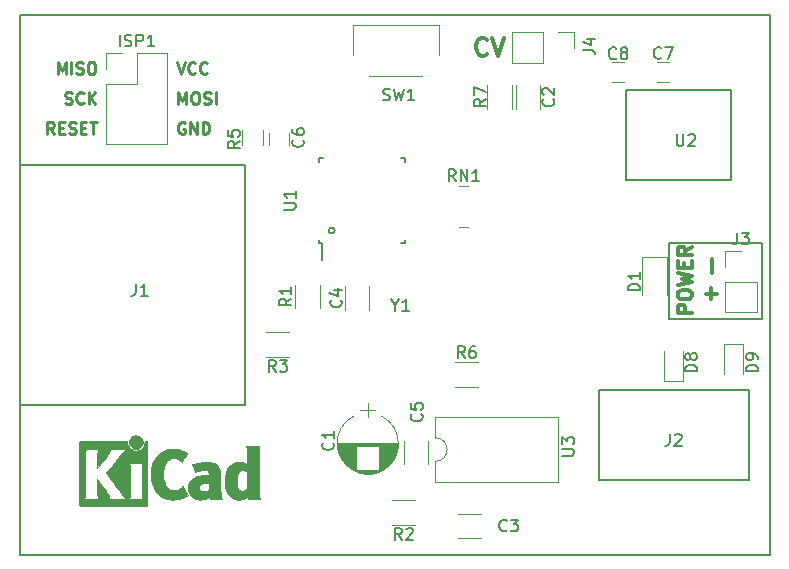
<source format=gbr>
G04 #@! TF.FileFunction,Legend,Top*
%FSLAX46Y46*%
G04 Gerber Fmt 4.6, Leading zero omitted, Abs format (unit mm)*
G04 Created by KiCad (PCBNEW 4.0.7-e2-6376~61~ubuntu18.04.1) date Wed Jul 18 23:52:16 2018*
%MOMM*%
%LPD*%
G01*
G04 APERTURE LIST*
%ADD10C,0.100000*%
%ADD11C,0.300000*%
%ADD12C,0.200000*%
%ADD13C,0.250000*%
%ADD14C,0.150000*%
%ADD15C,0.120000*%
%ADD16C,0.010000*%
G04 APERTURE END LIST*
D10*
D11*
X56896857Y20596571D02*
X55696857Y20596571D01*
X55696857Y21053714D01*
X55754000Y21168000D01*
X55811143Y21225143D01*
X55925429Y21282286D01*
X56096857Y21282286D01*
X56211143Y21225143D01*
X56268286Y21168000D01*
X56325429Y21053714D01*
X56325429Y20596571D01*
X55696857Y22025143D02*
X55696857Y22253714D01*
X55754000Y22368000D01*
X55868286Y22482286D01*
X56096857Y22539428D01*
X56496857Y22539428D01*
X56725429Y22482286D01*
X56839714Y22368000D01*
X56896857Y22253714D01*
X56896857Y22025143D01*
X56839714Y21910857D01*
X56725429Y21796571D01*
X56496857Y21739428D01*
X56096857Y21739428D01*
X55868286Y21796571D01*
X55754000Y21910857D01*
X55696857Y22025143D01*
X55696857Y22939429D02*
X56896857Y23225143D01*
X56039714Y23453714D01*
X56896857Y23682286D01*
X55696857Y23968000D01*
X56268286Y24425143D02*
X56268286Y24825143D01*
X56896857Y24996572D02*
X56896857Y24425143D01*
X55696857Y24425143D01*
X55696857Y24996572D01*
X56896857Y26196572D02*
X56325429Y25796572D01*
X56896857Y25510857D02*
X55696857Y25510857D01*
X55696857Y25968000D01*
X55754000Y26082286D01*
X55811143Y26139429D01*
X55925429Y26196572D01*
X56096857Y26196572D01*
X56211143Y26139429D01*
X56268286Y26082286D01*
X56325429Y25968000D01*
X56325429Y25510857D01*
X58539714Y21768000D02*
X58539714Y22682286D01*
X58996857Y22225143D02*
X58082571Y22225143D01*
X58596857Y24453715D02*
X58596857Y23996572D01*
X58596857Y25139429D02*
X58596857Y24682286D01*
D12*
X26670000Y27559000D02*
G75*
G03X26670000Y27559000I-254000J0D01*
G01*
D11*
X39572429Y42517286D02*
X39501000Y42445857D01*
X39286714Y42374429D01*
X39143857Y42374429D01*
X38929572Y42445857D01*
X38786714Y42588714D01*
X38715286Y42731571D01*
X38643857Y43017286D01*
X38643857Y43231571D01*
X38715286Y43517286D01*
X38786714Y43660143D01*
X38929572Y43803000D01*
X39143857Y43874429D01*
X39286714Y43874429D01*
X39501000Y43803000D01*
X39572429Y43731571D01*
X40001000Y43874429D02*
X40501000Y42374429D01*
X41001000Y43874429D01*
D12*
X54991000Y20066000D02*
X54991000Y26543000D01*
X62865000Y20066000D02*
X54991000Y20066000D01*
X62865000Y26543000D02*
X62865000Y20066000D01*
X54991000Y26543000D02*
X62865000Y26543000D01*
D13*
X13303238Y41822619D02*
X13636571Y40822619D01*
X13969905Y41822619D01*
X14874667Y40917857D02*
X14827048Y40870238D01*
X14684191Y40822619D01*
X14588953Y40822619D01*
X14446095Y40870238D01*
X14350857Y40965476D01*
X14303238Y41060714D01*
X14255619Y41251190D01*
X14255619Y41394048D01*
X14303238Y41584524D01*
X14350857Y41679762D01*
X14446095Y41775000D01*
X14588953Y41822619D01*
X14684191Y41822619D01*
X14827048Y41775000D01*
X14874667Y41727381D01*
X15874667Y40917857D02*
X15827048Y40870238D01*
X15684191Y40822619D01*
X15588953Y40822619D01*
X15446095Y40870238D01*
X15350857Y40965476D01*
X15303238Y41060714D01*
X15255619Y41251190D01*
X15255619Y41394048D01*
X15303238Y41584524D01*
X15350857Y41679762D01*
X15446095Y41775000D01*
X15588953Y41822619D01*
X15684191Y41822619D01*
X15827048Y41775000D01*
X15874667Y41727381D01*
X13446095Y38282619D02*
X13446095Y39282619D01*
X13779429Y38568333D01*
X14112762Y39282619D01*
X14112762Y38282619D01*
X14779428Y39282619D02*
X14969905Y39282619D01*
X15065143Y39235000D01*
X15160381Y39139762D01*
X15208000Y38949286D01*
X15208000Y38615952D01*
X15160381Y38425476D01*
X15065143Y38330238D01*
X14969905Y38282619D01*
X14779428Y38282619D01*
X14684190Y38330238D01*
X14588952Y38425476D01*
X14541333Y38615952D01*
X14541333Y38949286D01*
X14588952Y39139762D01*
X14684190Y39235000D01*
X14779428Y39282619D01*
X15588952Y38330238D02*
X15731809Y38282619D01*
X15969905Y38282619D01*
X16065143Y38330238D01*
X16112762Y38377857D01*
X16160381Y38473095D01*
X16160381Y38568333D01*
X16112762Y38663571D01*
X16065143Y38711190D01*
X15969905Y38758810D01*
X15779428Y38806429D01*
X15684190Y38854048D01*
X15636571Y38901667D01*
X15588952Y38996905D01*
X15588952Y39092143D01*
X15636571Y39187381D01*
X15684190Y39235000D01*
X15779428Y39282619D01*
X16017524Y39282619D01*
X16160381Y39235000D01*
X16588952Y38282619D02*
X16588952Y39282619D01*
X13969905Y36695000D02*
X13874667Y36742619D01*
X13731810Y36742619D01*
X13588952Y36695000D01*
X13493714Y36599762D01*
X13446095Y36504524D01*
X13398476Y36314048D01*
X13398476Y36171190D01*
X13446095Y35980714D01*
X13493714Y35885476D01*
X13588952Y35790238D01*
X13731810Y35742619D01*
X13827048Y35742619D01*
X13969905Y35790238D01*
X14017524Y35837857D01*
X14017524Y36171190D01*
X13827048Y36171190D01*
X14446095Y35742619D02*
X14446095Y36742619D01*
X15017524Y35742619D01*
X15017524Y36742619D01*
X15493714Y35742619D02*
X15493714Y36742619D01*
X15731809Y36742619D01*
X15874667Y36695000D01*
X15969905Y36599762D01*
X16017524Y36504524D01*
X16065143Y36314048D01*
X16065143Y36171190D01*
X16017524Y35980714D01*
X15969905Y35885476D01*
X15874667Y35790238D01*
X15731809Y35742619D01*
X15493714Y35742619D01*
X2889714Y35742619D02*
X2556380Y36218810D01*
X2318285Y35742619D02*
X2318285Y36742619D01*
X2699238Y36742619D01*
X2794476Y36695000D01*
X2842095Y36647381D01*
X2889714Y36552143D01*
X2889714Y36409286D01*
X2842095Y36314048D01*
X2794476Y36266429D01*
X2699238Y36218810D01*
X2318285Y36218810D01*
X3318285Y36266429D02*
X3651619Y36266429D01*
X3794476Y35742619D02*
X3318285Y35742619D01*
X3318285Y36742619D01*
X3794476Y36742619D01*
X4175428Y35790238D02*
X4318285Y35742619D01*
X4556381Y35742619D01*
X4651619Y35790238D01*
X4699238Y35837857D01*
X4746857Y35933095D01*
X4746857Y36028333D01*
X4699238Y36123571D01*
X4651619Y36171190D01*
X4556381Y36218810D01*
X4365904Y36266429D01*
X4270666Y36314048D01*
X4223047Y36361667D01*
X4175428Y36456905D01*
X4175428Y36552143D01*
X4223047Y36647381D01*
X4270666Y36695000D01*
X4365904Y36742619D01*
X4604000Y36742619D01*
X4746857Y36695000D01*
X5175428Y36266429D02*
X5508762Y36266429D01*
X5651619Y35742619D02*
X5175428Y35742619D01*
X5175428Y36742619D01*
X5651619Y36742619D01*
X5937333Y36742619D02*
X6508762Y36742619D01*
X6223047Y35742619D02*
X6223047Y36742619D01*
X3842095Y38330238D02*
X3984952Y38282619D01*
X4223048Y38282619D01*
X4318286Y38330238D01*
X4365905Y38377857D01*
X4413524Y38473095D01*
X4413524Y38568333D01*
X4365905Y38663571D01*
X4318286Y38711190D01*
X4223048Y38758810D01*
X4032571Y38806429D01*
X3937333Y38854048D01*
X3889714Y38901667D01*
X3842095Y38996905D01*
X3842095Y39092143D01*
X3889714Y39187381D01*
X3937333Y39235000D01*
X4032571Y39282619D01*
X4270667Y39282619D01*
X4413524Y39235000D01*
X5413524Y38377857D02*
X5365905Y38330238D01*
X5223048Y38282619D01*
X5127810Y38282619D01*
X4984952Y38330238D01*
X4889714Y38425476D01*
X4842095Y38520714D01*
X4794476Y38711190D01*
X4794476Y38854048D01*
X4842095Y39044524D01*
X4889714Y39139762D01*
X4984952Y39235000D01*
X5127810Y39282619D01*
X5223048Y39282619D01*
X5365905Y39235000D01*
X5413524Y39187381D01*
X5842095Y38282619D02*
X5842095Y39282619D01*
X6413524Y38282619D02*
X5984952Y38854048D01*
X6413524Y39282619D02*
X5842095Y38711190D01*
X3223048Y40822619D02*
X3223048Y41822619D01*
X3556382Y41108333D01*
X3889715Y41822619D01*
X3889715Y40822619D01*
X4365905Y40822619D02*
X4365905Y41822619D01*
X4794476Y40870238D02*
X4937333Y40822619D01*
X5175429Y40822619D01*
X5270667Y40870238D01*
X5318286Y40917857D01*
X5365905Y41013095D01*
X5365905Y41108333D01*
X5318286Y41203571D01*
X5270667Y41251190D01*
X5175429Y41298810D01*
X4984952Y41346429D01*
X4889714Y41394048D01*
X4842095Y41441667D01*
X4794476Y41536905D01*
X4794476Y41632143D01*
X4842095Y41727381D01*
X4889714Y41775000D01*
X4984952Y41822619D01*
X5223048Y41822619D01*
X5365905Y41775000D01*
X5984952Y41822619D02*
X6175429Y41822619D01*
X6270667Y41775000D01*
X6365905Y41679762D01*
X6413524Y41489286D01*
X6413524Y41155952D01*
X6365905Y40965476D01*
X6270667Y40870238D01*
X6175429Y40822619D01*
X5984952Y40822619D01*
X5889714Y40870238D01*
X5794476Y40965476D01*
X5746857Y41155952D01*
X5746857Y41489286D01*
X5794476Y41679762D01*
X5889714Y41775000D01*
X5984952Y41822619D01*
D14*
X0Y127000D02*
X0Y45847000D01*
X63500000Y127000D02*
X0Y127000D01*
X63500000Y127000D02*
X63500000Y45847000D01*
X63500000Y45847000D02*
X0Y45847000D01*
D15*
X35186000Y8017000D02*
X35186000Y6247000D01*
X35186000Y6247000D02*
X45586000Y6247000D01*
X45586000Y6247000D02*
X45586000Y11787000D01*
X45586000Y11787000D02*
X35186000Y11787000D01*
X35186000Y11787000D02*
X35186000Y10017000D01*
X35186000Y10017000D02*
G75*
G02X35186000Y8017000I0J-1000000D01*
G01*
X54781000Y25314000D02*
X52661000Y25314000D01*
X54781000Y22114000D02*
X54781000Y25314000D01*
X52661000Y25314000D02*
X52661000Y22114000D01*
D14*
X25331000Y26474000D02*
X25556000Y26474000D01*
X25331000Y33724000D02*
X25656000Y33724000D01*
X32581000Y33724000D02*
X32256000Y33724000D01*
X32581000Y26474000D02*
X32256000Y26474000D01*
X25331000Y26474000D02*
X25331000Y26799000D01*
X32581000Y26474000D02*
X32581000Y26799000D01*
X32581000Y33724000D02*
X32581000Y33399000D01*
X25331000Y33724000D02*
X25331000Y33399000D01*
X25556000Y26474000D02*
X25556000Y25049000D01*
D15*
X30643723Y7239278D02*
G75*
G03X30644000Y11850580I-1179723J2305722D01*
G01*
X28284277Y7239278D02*
G75*
G02X28284000Y11850580I1179723J2305722D01*
G01*
X28284277Y7239278D02*
G75*
G03X30644000Y7239420I1179723J2305722D01*
G01*
X32014000Y9545000D02*
X26914000Y9545000D01*
X32014000Y9505000D02*
X26914000Y9505000D01*
X32013000Y9465000D02*
X26915000Y9465000D01*
X32012000Y9425000D02*
X26916000Y9425000D01*
X32010000Y9385000D02*
X26918000Y9385000D01*
X32007000Y9345000D02*
X26921000Y9345000D01*
X32003000Y9305000D02*
X26925000Y9305000D01*
X31999000Y9265000D02*
X30444000Y9265000D01*
X28484000Y9265000D02*
X26929000Y9265000D01*
X31995000Y9225000D02*
X30444000Y9225000D01*
X28484000Y9225000D02*
X26933000Y9225000D01*
X31989000Y9185000D02*
X30444000Y9185000D01*
X28484000Y9185000D02*
X26939000Y9185000D01*
X31983000Y9145000D02*
X30444000Y9145000D01*
X28484000Y9145000D02*
X26945000Y9145000D01*
X31977000Y9105000D02*
X30444000Y9105000D01*
X28484000Y9105000D02*
X26951000Y9105000D01*
X31970000Y9065000D02*
X30444000Y9065000D01*
X28484000Y9065000D02*
X26958000Y9065000D01*
X31962000Y9025000D02*
X30444000Y9025000D01*
X28484000Y9025000D02*
X26966000Y9025000D01*
X31953000Y8985000D02*
X30444000Y8985000D01*
X28484000Y8985000D02*
X26975000Y8985000D01*
X31944000Y8945000D02*
X30444000Y8945000D01*
X28484000Y8945000D02*
X26984000Y8945000D01*
X31934000Y8905000D02*
X30444000Y8905000D01*
X28484000Y8905000D02*
X26994000Y8905000D01*
X31924000Y8865000D02*
X30444000Y8865000D01*
X28484000Y8865000D02*
X27004000Y8865000D01*
X31912000Y8824000D02*
X30444000Y8824000D01*
X28484000Y8824000D02*
X27016000Y8824000D01*
X31900000Y8784000D02*
X30444000Y8784000D01*
X28484000Y8784000D02*
X27028000Y8784000D01*
X31888000Y8744000D02*
X30444000Y8744000D01*
X28484000Y8744000D02*
X27040000Y8744000D01*
X31874000Y8704000D02*
X30444000Y8704000D01*
X28484000Y8704000D02*
X27054000Y8704000D01*
X31860000Y8664000D02*
X30444000Y8664000D01*
X28484000Y8664000D02*
X27068000Y8664000D01*
X31846000Y8624000D02*
X30444000Y8624000D01*
X28484000Y8624000D02*
X27082000Y8624000D01*
X31830000Y8584000D02*
X30444000Y8584000D01*
X28484000Y8584000D02*
X27098000Y8584000D01*
X31814000Y8544000D02*
X30444000Y8544000D01*
X28484000Y8544000D02*
X27114000Y8544000D01*
X31797000Y8504000D02*
X30444000Y8504000D01*
X28484000Y8504000D02*
X27131000Y8504000D01*
X31779000Y8464000D02*
X30444000Y8464000D01*
X28484000Y8464000D02*
X27149000Y8464000D01*
X31760000Y8424000D02*
X30444000Y8424000D01*
X28484000Y8424000D02*
X27168000Y8424000D01*
X31740000Y8384000D02*
X30444000Y8384000D01*
X28484000Y8384000D02*
X27188000Y8384000D01*
X31720000Y8344000D02*
X30444000Y8344000D01*
X28484000Y8344000D02*
X27208000Y8344000D01*
X31698000Y8304000D02*
X30444000Y8304000D01*
X28484000Y8304000D02*
X27230000Y8304000D01*
X31676000Y8264000D02*
X30444000Y8264000D01*
X28484000Y8264000D02*
X27252000Y8264000D01*
X31653000Y8224000D02*
X30444000Y8224000D01*
X28484000Y8224000D02*
X27275000Y8224000D01*
X31629000Y8184000D02*
X30444000Y8184000D01*
X28484000Y8184000D02*
X27299000Y8184000D01*
X31604000Y8144000D02*
X30444000Y8144000D01*
X28484000Y8144000D02*
X27324000Y8144000D01*
X31577000Y8104000D02*
X30444000Y8104000D01*
X28484000Y8104000D02*
X27351000Y8104000D01*
X31550000Y8064000D02*
X30444000Y8064000D01*
X28484000Y8064000D02*
X27378000Y8064000D01*
X31522000Y8024000D02*
X30444000Y8024000D01*
X28484000Y8024000D02*
X27406000Y8024000D01*
X31492000Y7984000D02*
X30444000Y7984000D01*
X28484000Y7984000D02*
X27436000Y7984000D01*
X31461000Y7944000D02*
X30444000Y7944000D01*
X28484000Y7944000D02*
X27467000Y7944000D01*
X31429000Y7904000D02*
X30444000Y7904000D01*
X28484000Y7904000D02*
X27499000Y7904000D01*
X31396000Y7864000D02*
X30444000Y7864000D01*
X28484000Y7864000D02*
X27532000Y7864000D01*
X31361000Y7824000D02*
X30444000Y7824000D01*
X28484000Y7824000D02*
X27567000Y7824000D01*
X31325000Y7784000D02*
X30444000Y7784000D01*
X28484000Y7784000D02*
X27603000Y7784000D01*
X31287000Y7744000D02*
X30444000Y7744000D01*
X28484000Y7744000D02*
X27641000Y7744000D01*
X31247000Y7704000D02*
X30444000Y7704000D01*
X28484000Y7704000D02*
X27681000Y7704000D01*
X31206000Y7664000D02*
X30444000Y7664000D01*
X28484000Y7664000D02*
X27722000Y7664000D01*
X31163000Y7624000D02*
X30444000Y7624000D01*
X28484000Y7624000D02*
X27765000Y7624000D01*
X31118000Y7584000D02*
X30444000Y7584000D01*
X28484000Y7584000D02*
X27810000Y7584000D01*
X31070000Y7544000D02*
X30444000Y7544000D01*
X28484000Y7544000D02*
X27858000Y7544000D01*
X31020000Y7504000D02*
X30444000Y7504000D01*
X28484000Y7504000D02*
X27908000Y7504000D01*
X30968000Y7464000D02*
X30444000Y7464000D01*
X28484000Y7464000D02*
X27960000Y7464000D01*
X30912000Y7424000D02*
X30444000Y7424000D01*
X28484000Y7424000D02*
X28016000Y7424000D01*
X30854000Y7384000D02*
X30444000Y7384000D01*
X28484000Y7384000D02*
X28074000Y7384000D01*
X30791000Y7344000D02*
X30444000Y7344000D01*
X28484000Y7344000D02*
X28137000Y7344000D01*
X30725000Y7304000D02*
X28203000Y7304000D01*
X30653000Y7264000D02*
X28275000Y7264000D01*
X30576000Y7224000D02*
X28352000Y7224000D01*
X30492000Y7184000D02*
X28436000Y7184000D01*
X30398000Y7144000D02*
X28530000Y7144000D01*
X30293000Y7104000D02*
X28635000Y7104000D01*
X30171000Y7064000D02*
X28757000Y7064000D01*
X30023000Y7024000D02*
X28905000Y7024000D01*
X29818000Y6984000D02*
X29110000Y6984000D01*
X29464000Y12995000D02*
X29464000Y11795000D01*
X30114000Y12395000D02*
X28814000Y12395000D01*
X7306000Y34865000D02*
X12506000Y34865000D01*
X7306000Y40005000D02*
X7306000Y34865000D01*
X12506000Y42605000D02*
X12506000Y34865000D01*
X7306000Y40005000D02*
X9906000Y40005000D01*
X9906000Y40005000D02*
X9906000Y42605000D01*
X9906000Y42605000D02*
X12506000Y42605000D01*
X7306000Y41275000D02*
X7306000Y42605000D01*
X7306000Y42605000D02*
X8636000Y42605000D01*
X28194000Y44958000D02*
X35491000Y44958000D01*
X35491000Y44958000D02*
X35491000Y42388000D01*
X29591000Y40658000D02*
X34091000Y40658000D01*
X28194000Y44958000D02*
X28194000Y42388000D01*
X37992000Y27871000D02*
X37192000Y27871000D01*
X37992000Y31311000D02*
X37192000Y31311000D01*
D16*
G36*
X6744257Y9765311D02*
X7008780Y9765275D01*
X7131912Y9765270D01*
X9102811Y9765270D01*
X9102811Y9649090D01*
X9115211Y9507709D01*
X9152636Y9377316D01*
X9215423Y9257138D01*
X9303906Y9146398D01*
X9333843Y9116489D01*
X9441534Y9031652D01*
X9560275Y8969779D01*
X9686540Y8930841D01*
X9816803Y8914810D01*
X9947535Y8921658D01*
X10075212Y8951357D01*
X10196305Y9003880D01*
X10307288Y9079197D01*
X10357132Y9124637D01*
X10450017Y9236048D01*
X10518127Y9358565D01*
X10560871Y9490785D01*
X10577653Y9631308D01*
X10577876Y9645133D01*
X10578756Y9765266D01*
X10631557Y9765268D01*
X10678396Y9758911D01*
X10721183Y9743444D01*
X10724011Y9741846D01*
X10733675Y9736832D01*
X10742549Y9732927D01*
X10750665Y9728993D01*
X10758057Y9723894D01*
X10764755Y9716492D01*
X10770792Y9705649D01*
X10776199Y9690228D01*
X10781010Y9669091D01*
X10785255Y9641101D01*
X10788968Y9605121D01*
X10792179Y9560013D01*
X10794922Y9504640D01*
X10797228Y9437863D01*
X10799129Y9358547D01*
X10800658Y9265553D01*
X10801846Y9157743D01*
X10802726Y9033981D01*
X10803330Y8893129D01*
X10803689Y8734050D01*
X10803835Y8555605D01*
X10803802Y8356658D01*
X10803620Y8136071D01*
X10803323Y7892707D01*
X10802941Y7625428D01*
X10802508Y7333097D01*
X10802055Y7014576D01*
X10802002Y6975770D01*
X10801596Y6655218D01*
X10801251Y6360988D01*
X10800931Y6091944D01*
X10800600Y5846948D01*
X10800221Y5624863D01*
X10799757Y5424553D01*
X10799172Y5244881D01*
X10798430Y5084710D01*
X10797494Y4942902D01*
X10796327Y4818321D01*
X10794893Y4709830D01*
X10793156Y4616293D01*
X10791078Y4536571D01*
X10788624Y4469528D01*
X10785756Y4414027D01*
X10782439Y4368932D01*
X10778636Y4333105D01*
X10774310Y4305409D01*
X10769425Y4284707D01*
X10763945Y4269863D01*
X10757832Y4259740D01*
X10751050Y4253200D01*
X10743563Y4249107D01*
X10735334Y4246324D01*
X10726327Y4243713D01*
X10716505Y4240138D01*
X10714106Y4239050D01*
X10706565Y4236604D01*
X10693944Y4234358D01*
X10675141Y4232302D01*
X10649053Y4230428D01*
X10614578Y4228729D01*
X10570615Y4227197D01*
X10516061Y4225823D01*
X10449815Y4224600D01*
X10370774Y4223519D01*
X10277837Y4222573D01*
X10169901Y4221753D01*
X10045864Y4221053D01*
X9904624Y4220462D01*
X9745079Y4219975D01*
X9566128Y4219581D01*
X9366668Y4219275D01*
X9145596Y4219047D01*
X8901812Y4218890D01*
X8634213Y4218795D01*
X8341697Y4218755D01*
X8023161Y4218762D01*
X7919979Y4218772D01*
X7594377Y4218824D01*
X7295119Y4218909D01*
X7021091Y4219037D01*
X6771176Y4219215D01*
X6544260Y4219452D01*
X6339227Y4219758D01*
X6154962Y4220140D01*
X5990350Y4220608D01*
X5844275Y4221170D01*
X5715624Y4221835D01*
X5603279Y4222612D01*
X5506126Y4223509D01*
X5423050Y4224535D01*
X5352936Y4225699D01*
X5294668Y4227009D01*
X5247131Y4228475D01*
X5209210Y4230104D01*
X5179790Y4231907D01*
X5157755Y4233890D01*
X5141990Y4236064D01*
X5131380Y4238437D01*
X5125596Y4240609D01*
X5115316Y4244944D01*
X5105878Y4248141D01*
X5097245Y4251335D01*
X5089381Y4255662D01*
X5082252Y4262256D01*
X5075821Y4272253D01*
X5070053Y4286788D01*
X5064911Y4306997D01*
X5060360Y4334015D01*
X5056365Y4368977D01*
X5052889Y4413019D01*
X5049898Y4467276D01*
X5047354Y4532883D01*
X5045223Y4610976D01*
X5043468Y4702690D01*
X5042055Y4809160D01*
X5041685Y4850027D01*
X5408116Y4850027D01*
X6703266Y4850027D01*
X6678345Y4887783D01*
X6653553Y4926583D01*
X6632560Y4963531D01*
X6615065Y5001212D01*
X6600770Y5042212D01*
X6589377Y5089117D01*
X6580587Y5144513D01*
X6574102Y5210984D01*
X6569623Y5291117D01*
X6566850Y5387498D01*
X6565487Y5502711D01*
X6565233Y5639343D01*
X6565791Y5799980D01*
X6566107Y5859618D01*
X6569675Y6498959D01*
X6974702Y5947551D01*
X7089446Y5791124D01*
X7188857Y5654912D01*
X7274010Y5537110D01*
X7345978Y5435916D01*
X7405834Y5349523D01*
X7454652Y5276126D01*
X7493505Y5213923D01*
X7523466Y5161107D01*
X7545609Y5115875D01*
X7561007Y5076422D01*
X7570734Y5040942D01*
X7575863Y5007632D01*
X7577468Y4974687D01*
X7576621Y4940303D01*
X7576405Y4935981D01*
X7571946Y4849969D01*
X8991308Y4850027D01*
X8885735Y4956478D01*
X8857087Y4985594D01*
X8829910Y5013924D01*
X8803011Y5043032D01*
X8775197Y5074480D01*
X8745275Y5109831D01*
X8712054Y5150646D01*
X8674339Y5198489D01*
X8630940Y5254921D01*
X8580662Y5321506D01*
X8522312Y5399805D01*
X8454700Y5491381D01*
X8376631Y5597796D01*
X8286912Y5720613D01*
X8184352Y5861395D01*
X8067758Y6021703D01*
X7972191Y6153202D01*
X7852251Y6318404D01*
X7747620Y6462848D01*
X7657352Y6587906D01*
X7580497Y6694948D01*
X7516109Y6785346D01*
X7463239Y6860471D01*
X7420940Y6921696D01*
X7388264Y6970390D01*
X7364262Y7007926D01*
X7347987Y7035675D01*
X7338492Y7055008D01*
X7334827Y7067297D01*
X7335929Y7073758D01*
X7349276Y7090952D01*
X7378134Y7127345D01*
X7420760Y7180776D01*
X7475415Y7249081D01*
X7540356Y7330097D01*
X7613842Y7421660D01*
X7694132Y7521608D01*
X7779485Y7627776D01*
X7868160Y7738003D01*
X7958414Y7850124D01*
X8008056Y7911756D01*
X9240627Y7911756D01*
X9291854Y7819081D01*
X9343081Y7726405D01*
X9343081Y5035378D01*
X9291854Y4942702D01*
X9240627Y4850027D01*
X9846604Y4850027D01*
X9991266Y4850069D01*
X10110756Y4850259D01*
X10207358Y4850692D01*
X10283358Y4851464D01*
X10341043Y4852670D01*
X10382699Y4854406D01*
X10410611Y4856768D01*
X10427065Y4859850D01*
X10434348Y4863749D01*
X10434745Y4868560D01*
X10430542Y4874378D01*
X10430499Y4874426D01*
X10413187Y4899468D01*
X10390264Y4940185D01*
X10370019Y4980832D01*
X10331621Y5062838D01*
X10323789Y7911756D01*
X9240627Y7911756D01*
X8008056Y7911756D01*
X8048507Y7961976D01*
X8136698Y8071396D01*
X8221246Y8176222D01*
X8300408Y8274289D01*
X8372444Y8363434D01*
X8435613Y8441495D01*
X8488173Y8506308D01*
X8528383Y8555710D01*
X8552000Y8584513D01*
X8643710Y8692222D01*
X8731940Y8789420D01*
X8813597Y8872924D01*
X8885590Y8939552D01*
X8936681Y8980401D01*
X8997093Y9023865D01*
X7607702Y9023865D01*
X7608092Y8942334D01*
X7604209Y8882394D01*
X7589610Y8826823D01*
X7567012Y8774145D01*
X7552322Y8744385D01*
X7536528Y8714897D01*
X7518186Y8683724D01*
X7495855Y8648907D01*
X7468091Y8608490D01*
X7433451Y8560514D01*
X7390493Y8503022D01*
X7337773Y8434057D01*
X7273849Y8351661D01*
X7197279Y8253876D01*
X7106619Y8138745D01*
X7000426Y8004310D01*
X6988432Y7989141D01*
X6569675Y7459588D01*
X6565622Y8046078D01*
X6564805Y8221749D01*
X6564979Y8370468D01*
X6566151Y8492725D01*
X6568331Y8589011D01*
X6571526Y8659817D01*
X6575744Y8705631D01*
X6577162Y8714321D01*
X6599409Y8805865D01*
X6628557Y8888392D01*
X6661818Y8954747D01*
X6681800Y8982890D01*
X6716278Y9023865D01*
X6062086Y9023865D01*
X5906031Y9023731D01*
X5775533Y9023297D01*
X5668690Y9022511D01*
X5583602Y9021324D01*
X5518365Y9019683D01*
X5471079Y9017539D01*
X5439843Y9014841D01*
X5422754Y9011538D01*
X5417912Y9007579D01*
X5418247Y9006702D01*
X5432115Y8985769D01*
X5455268Y8952588D01*
X5467246Y8935807D01*
X5479631Y8919060D01*
X5490763Y8904085D01*
X5500712Y8889406D01*
X5509549Y8873551D01*
X5517343Y8855045D01*
X5524165Y8832415D01*
X5530084Y8804187D01*
X5535171Y8768887D01*
X5539496Y8725042D01*
X5543129Y8671178D01*
X5546140Y8605820D01*
X5548599Y8527496D01*
X5550577Y8434732D01*
X5552142Y8326053D01*
X5553366Y8199987D01*
X5554319Y8055058D01*
X5555070Y7889794D01*
X5555689Y7702721D01*
X5556248Y7492365D01*
X5556815Y7257252D01*
X5557345Y7041259D01*
X5557845Y6800465D01*
X5558105Y6570726D01*
X5558132Y6353507D01*
X5557933Y6150278D01*
X5557514Y5962504D01*
X5556882Y5791655D01*
X5556044Y5639197D01*
X5555008Y5506597D01*
X5553780Y5395324D01*
X5552367Y5306844D01*
X5550775Y5242625D01*
X5549013Y5204135D01*
X5548679Y5200067D01*
X5536534Y5106752D01*
X5517573Y5031810D01*
X5488698Y4966406D01*
X5446810Y4901707D01*
X5441571Y4894648D01*
X5408116Y4850027D01*
X5041685Y4850027D01*
X5040946Y4931521D01*
X5040107Y5070910D01*
X5039502Y5228461D01*
X5039095Y5405309D01*
X5038850Y5602590D01*
X5038733Y5821440D01*
X5038705Y6062993D01*
X5038733Y6328385D01*
X5038780Y6618751D01*
X5038810Y6935227D01*
X5038811Y6998054D01*
X5038828Y7317863D01*
X5038888Y7611339D01*
X5038998Y7879610D01*
X5039167Y8123802D01*
X5039403Y8345043D01*
X5039716Y8544460D01*
X5040115Y8723180D01*
X5040607Y8882329D01*
X5041203Y9023034D01*
X5041910Y9146424D01*
X5042737Y9253624D01*
X5043693Y9345762D01*
X5044787Y9423965D01*
X5046027Y9489359D01*
X5047422Y9543072D01*
X5048982Y9586231D01*
X5050714Y9619963D01*
X5052628Y9645395D01*
X5054732Y9663653D01*
X5057034Y9675866D01*
X5059545Y9683159D01*
X5059637Y9683341D01*
X5064808Y9694482D01*
X5069115Y9704569D01*
X5073879Y9713654D01*
X5080422Y9721788D01*
X5090065Y9729024D01*
X5104129Y9735414D01*
X5123937Y9741011D01*
X5150809Y9745867D01*
X5186067Y9750034D01*
X5231032Y9753564D01*
X5287026Y9756509D01*
X5355371Y9758923D01*
X5437386Y9760856D01*
X5534395Y9762362D01*
X5647718Y9763492D01*
X5778677Y9764298D01*
X5928593Y9764834D01*
X6098787Y9765151D01*
X6290582Y9765301D01*
X6505298Y9765337D01*
X6744257Y9765311D01*
X6744257Y9765311D01*
G37*
X6744257Y9765311D02*
X7008780Y9765275D01*
X7131912Y9765270D01*
X9102811Y9765270D01*
X9102811Y9649090D01*
X9115211Y9507709D01*
X9152636Y9377316D01*
X9215423Y9257138D01*
X9303906Y9146398D01*
X9333843Y9116489D01*
X9441534Y9031652D01*
X9560275Y8969779D01*
X9686540Y8930841D01*
X9816803Y8914810D01*
X9947535Y8921658D01*
X10075212Y8951357D01*
X10196305Y9003880D01*
X10307288Y9079197D01*
X10357132Y9124637D01*
X10450017Y9236048D01*
X10518127Y9358565D01*
X10560871Y9490785D01*
X10577653Y9631308D01*
X10577876Y9645133D01*
X10578756Y9765266D01*
X10631557Y9765268D01*
X10678396Y9758911D01*
X10721183Y9743444D01*
X10724011Y9741846D01*
X10733675Y9736832D01*
X10742549Y9732927D01*
X10750665Y9728993D01*
X10758057Y9723894D01*
X10764755Y9716492D01*
X10770792Y9705649D01*
X10776199Y9690228D01*
X10781010Y9669091D01*
X10785255Y9641101D01*
X10788968Y9605121D01*
X10792179Y9560013D01*
X10794922Y9504640D01*
X10797228Y9437863D01*
X10799129Y9358547D01*
X10800658Y9265553D01*
X10801846Y9157743D01*
X10802726Y9033981D01*
X10803330Y8893129D01*
X10803689Y8734050D01*
X10803835Y8555605D01*
X10803802Y8356658D01*
X10803620Y8136071D01*
X10803323Y7892707D01*
X10802941Y7625428D01*
X10802508Y7333097D01*
X10802055Y7014576D01*
X10802002Y6975770D01*
X10801596Y6655218D01*
X10801251Y6360988D01*
X10800931Y6091944D01*
X10800600Y5846948D01*
X10800221Y5624863D01*
X10799757Y5424553D01*
X10799172Y5244881D01*
X10798430Y5084710D01*
X10797494Y4942902D01*
X10796327Y4818321D01*
X10794893Y4709830D01*
X10793156Y4616293D01*
X10791078Y4536571D01*
X10788624Y4469528D01*
X10785756Y4414027D01*
X10782439Y4368932D01*
X10778636Y4333105D01*
X10774310Y4305409D01*
X10769425Y4284707D01*
X10763945Y4269863D01*
X10757832Y4259740D01*
X10751050Y4253200D01*
X10743563Y4249107D01*
X10735334Y4246324D01*
X10726327Y4243713D01*
X10716505Y4240138D01*
X10714106Y4239050D01*
X10706565Y4236604D01*
X10693944Y4234358D01*
X10675141Y4232302D01*
X10649053Y4230428D01*
X10614578Y4228729D01*
X10570615Y4227197D01*
X10516061Y4225823D01*
X10449815Y4224600D01*
X10370774Y4223519D01*
X10277837Y4222573D01*
X10169901Y4221753D01*
X10045864Y4221053D01*
X9904624Y4220462D01*
X9745079Y4219975D01*
X9566128Y4219581D01*
X9366668Y4219275D01*
X9145596Y4219047D01*
X8901812Y4218890D01*
X8634213Y4218795D01*
X8341697Y4218755D01*
X8023161Y4218762D01*
X7919979Y4218772D01*
X7594377Y4218824D01*
X7295119Y4218909D01*
X7021091Y4219037D01*
X6771176Y4219215D01*
X6544260Y4219452D01*
X6339227Y4219758D01*
X6154962Y4220140D01*
X5990350Y4220608D01*
X5844275Y4221170D01*
X5715624Y4221835D01*
X5603279Y4222612D01*
X5506126Y4223509D01*
X5423050Y4224535D01*
X5352936Y4225699D01*
X5294668Y4227009D01*
X5247131Y4228475D01*
X5209210Y4230104D01*
X5179790Y4231907D01*
X5157755Y4233890D01*
X5141990Y4236064D01*
X5131380Y4238437D01*
X5125596Y4240609D01*
X5115316Y4244944D01*
X5105878Y4248141D01*
X5097245Y4251335D01*
X5089381Y4255662D01*
X5082252Y4262256D01*
X5075821Y4272253D01*
X5070053Y4286788D01*
X5064911Y4306997D01*
X5060360Y4334015D01*
X5056365Y4368977D01*
X5052889Y4413019D01*
X5049898Y4467276D01*
X5047354Y4532883D01*
X5045223Y4610976D01*
X5043468Y4702690D01*
X5042055Y4809160D01*
X5041685Y4850027D01*
X5408116Y4850027D01*
X6703266Y4850027D01*
X6678345Y4887783D01*
X6653553Y4926583D01*
X6632560Y4963531D01*
X6615065Y5001212D01*
X6600770Y5042212D01*
X6589377Y5089117D01*
X6580587Y5144513D01*
X6574102Y5210984D01*
X6569623Y5291117D01*
X6566850Y5387498D01*
X6565487Y5502711D01*
X6565233Y5639343D01*
X6565791Y5799980D01*
X6566107Y5859618D01*
X6569675Y6498959D01*
X6974702Y5947551D01*
X7089446Y5791124D01*
X7188857Y5654912D01*
X7274010Y5537110D01*
X7345978Y5435916D01*
X7405834Y5349523D01*
X7454652Y5276126D01*
X7493505Y5213923D01*
X7523466Y5161107D01*
X7545609Y5115875D01*
X7561007Y5076422D01*
X7570734Y5040942D01*
X7575863Y5007632D01*
X7577468Y4974687D01*
X7576621Y4940303D01*
X7576405Y4935981D01*
X7571946Y4849969D01*
X8991308Y4850027D01*
X8885735Y4956478D01*
X8857087Y4985594D01*
X8829910Y5013924D01*
X8803011Y5043032D01*
X8775197Y5074480D01*
X8745275Y5109831D01*
X8712054Y5150646D01*
X8674339Y5198489D01*
X8630940Y5254921D01*
X8580662Y5321506D01*
X8522312Y5399805D01*
X8454700Y5491381D01*
X8376631Y5597796D01*
X8286912Y5720613D01*
X8184352Y5861395D01*
X8067758Y6021703D01*
X7972191Y6153202D01*
X7852251Y6318404D01*
X7747620Y6462848D01*
X7657352Y6587906D01*
X7580497Y6694948D01*
X7516109Y6785346D01*
X7463239Y6860471D01*
X7420940Y6921696D01*
X7388264Y6970390D01*
X7364262Y7007926D01*
X7347987Y7035675D01*
X7338492Y7055008D01*
X7334827Y7067297D01*
X7335929Y7073758D01*
X7349276Y7090952D01*
X7378134Y7127345D01*
X7420760Y7180776D01*
X7475415Y7249081D01*
X7540356Y7330097D01*
X7613842Y7421660D01*
X7694132Y7521608D01*
X7779485Y7627776D01*
X7868160Y7738003D01*
X7958414Y7850124D01*
X8008056Y7911756D01*
X9240627Y7911756D01*
X9291854Y7819081D01*
X9343081Y7726405D01*
X9343081Y5035378D01*
X9291854Y4942702D01*
X9240627Y4850027D01*
X9846604Y4850027D01*
X9991266Y4850069D01*
X10110756Y4850259D01*
X10207358Y4850692D01*
X10283358Y4851464D01*
X10341043Y4852670D01*
X10382699Y4854406D01*
X10410611Y4856768D01*
X10427065Y4859850D01*
X10434348Y4863749D01*
X10434745Y4868560D01*
X10430542Y4874378D01*
X10430499Y4874426D01*
X10413187Y4899468D01*
X10390264Y4940185D01*
X10370019Y4980832D01*
X10331621Y5062838D01*
X10323789Y7911756D01*
X9240627Y7911756D01*
X8008056Y7911756D01*
X8048507Y7961976D01*
X8136698Y8071396D01*
X8221246Y8176222D01*
X8300408Y8274289D01*
X8372444Y8363434D01*
X8435613Y8441495D01*
X8488173Y8506308D01*
X8528383Y8555710D01*
X8552000Y8584513D01*
X8643710Y8692222D01*
X8731940Y8789420D01*
X8813597Y8872924D01*
X8885590Y8939552D01*
X8936681Y8980401D01*
X8997093Y9023865D01*
X7607702Y9023865D01*
X7608092Y8942334D01*
X7604209Y8882394D01*
X7589610Y8826823D01*
X7567012Y8774145D01*
X7552322Y8744385D01*
X7536528Y8714897D01*
X7518186Y8683724D01*
X7495855Y8648907D01*
X7468091Y8608490D01*
X7433451Y8560514D01*
X7390493Y8503022D01*
X7337773Y8434057D01*
X7273849Y8351661D01*
X7197279Y8253876D01*
X7106619Y8138745D01*
X7000426Y8004310D01*
X6988432Y7989141D01*
X6569675Y7459588D01*
X6565622Y8046078D01*
X6564805Y8221749D01*
X6564979Y8370468D01*
X6566151Y8492725D01*
X6568331Y8589011D01*
X6571526Y8659817D01*
X6575744Y8705631D01*
X6577162Y8714321D01*
X6599409Y8805865D01*
X6628557Y8888392D01*
X6661818Y8954747D01*
X6681800Y8982890D01*
X6716278Y9023865D01*
X6062086Y9023865D01*
X5906031Y9023731D01*
X5775533Y9023297D01*
X5668690Y9022511D01*
X5583602Y9021324D01*
X5518365Y9019683D01*
X5471079Y9017539D01*
X5439843Y9014841D01*
X5422754Y9011538D01*
X5417912Y9007579D01*
X5418247Y9006702D01*
X5432115Y8985769D01*
X5455268Y8952588D01*
X5467246Y8935807D01*
X5479631Y8919060D01*
X5490763Y8904085D01*
X5500712Y8889406D01*
X5509549Y8873551D01*
X5517343Y8855045D01*
X5524165Y8832415D01*
X5530084Y8804187D01*
X5535171Y8768887D01*
X5539496Y8725042D01*
X5543129Y8671178D01*
X5546140Y8605820D01*
X5548599Y8527496D01*
X5550577Y8434732D01*
X5552142Y8326053D01*
X5553366Y8199987D01*
X5554319Y8055058D01*
X5555070Y7889794D01*
X5555689Y7702721D01*
X5556248Y7492365D01*
X5556815Y7257252D01*
X5557345Y7041259D01*
X5557845Y6800465D01*
X5558105Y6570726D01*
X5558132Y6353507D01*
X5557933Y6150278D01*
X5557514Y5962504D01*
X5556882Y5791655D01*
X5556044Y5639197D01*
X5555008Y5506597D01*
X5553780Y5395324D01*
X5552367Y5306844D01*
X5550775Y5242625D01*
X5549013Y5204135D01*
X5548679Y5200067D01*
X5536534Y5106752D01*
X5517573Y5031810D01*
X5488698Y4966406D01*
X5446810Y4901707D01*
X5441571Y4894648D01*
X5408116Y4850027D01*
X5041685Y4850027D01*
X5040946Y4931521D01*
X5040107Y5070910D01*
X5039502Y5228461D01*
X5039095Y5405309D01*
X5038850Y5602590D01*
X5038733Y5821440D01*
X5038705Y6062993D01*
X5038733Y6328385D01*
X5038780Y6618751D01*
X5038810Y6935227D01*
X5038811Y6998054D01*
X5038828Y7317863D01*
X5038888Y7611339D01*
X5038998Y7879610D01*
X5039167Y8123802D01*
X5039403Y8345043D01*
X5039716Y8544460D01*
X5040115Y8723180D01*
X5040607Y8882329D01*
X5041203Y9023034D01*
X5041910Y9146424D01*
X5042737Y9253624D01*
X5043693Y9345762D01*
X5044787Y9423965D01*
X5046027Y9489359D01*
X5047422Y9543072D01*
X5048982Y9586231D01*
X5050714Y9619963D01*
X5052628Y9645395D01*
X5054732Y9663653D01*
X5057034Y9675866D01*
X5059545Y9683159D01*
X5059637Y9683341D01*
X5064808Y9694482D01*
X5069115Y9704569D01*
X5073879Y9713654D01*
X5080422Y9721788D01*
X5090065Y9729024D01*
X5104129Y9735414D01*
X5123937Y9741011D01*
X5150809Y9745867D01*
X5186067Y9750034D01*
X5231032Y9753564D01*
X5287026Y9756509D01*
X5355371Y9758923D01*
X5437386Y9760856D01*
X5534395Y9762362D01*
X5647718Y9763492D01*
X5778677Y9764298D01*
X5928593Y9764834D01*
X6098787Y9765151D01*
X6290582Y9765301D01*
X6505298Y9765337D01*
X6744257Y9765311D01*
G36*
X13139962Y9078501D02*
X13288014Y9062293D01*
X13431452Y9033282D01*
X13576110Y8989955D01*
X13727824Y8930799D01*
X13892428Y8854300D01*
X13922071Y8839483D01*
X13990098Y8805969D01*
X14054256Y8775792D01*
X14108215Y8751834D01*
X14145640Y8736976D01*
X14151389Y8735105D01*
X14206486Y8718598D01*
X13959851Y8359799D01*
X13899552Y8272107D01*
X13844422Y8191988D01*
X13796336Y8122164D01*
X13757168Y8065353D01*
X13728794Y8024277D01*
X13713087Y8001654D01*
X13710536Y7998072D01*
X13700171Y8005562D01*
X13674660Y8028082D01*
X13638563Y8061539D01*
X13618642Y8080450D01*
X13505773Y8170222D01*
X13379014Y8238439D01*
X13269783Y8275805D01*
X13204214Y8287540D01*
X13122116Y8294692D01*
X13033144Y8297126D01*
X12946956Y8294712D01*
X12873205Y8287317D01*
X12843776Y8281653D01*
X12711133Y8236018D01*
X12591606Y8166337D01*
X12485283Y8072740D01*
X12392253Y7955351D01*
X12312605Y7814300D01*
X12246426Y7649714D01*
X12193806Y7461720D01*
X12162533Y7300783D01*
X12154374Y7229737D01*
X12148815Y7137954D01*
X12145802Y7032032D01*
X12145281Y6918566D01*
X12147200Y6804151D01*
X12151503Y6695383D01*
X12158137Y6598857D01*
X12167049Y6521169D01*
X12168979Y6509183D01*
X12211499Y6316108D01*
X12269433Y6145227D01*
X12343133Y5995776D01*
X12432951Y5866989D01*
X12496707Y5797361D01*
X12611286Y5702827D01*
X12736942Y5632754D01*
X12871557Y5587523D01*
X13013011Y5567516D01*
X13159183Y5573115D01*
X13307955Y5604700D01*
X13395911Y5635606D01*
X13517629Y5697494D01*
X13643080Y5786271D01*
X13713353Y5846306D01*
X13752811Y5881053D01*
X13783812Y5906546D01*
X13801458Y5918830D01*
X13803648Y5919205D01*
X13811524Y5906653D01*
X13831932Y5873484D01*
X13863132Y5822542D01*
X13903386Y5756669D01*
X13950957Y5678711D01*
X14004104Y5591510D01*
X14033687Y5542933D01*
X14259648Y5171785D01*
X13977527Y5032361D01*
X13875522Y4982281D01*
X13792889Y4942790D01*
X13724578Y4911927D01*
X13665537Y4887732D01*
X13610714Y4868242D01*
X13555060Y4851497D01*
X13493523Y4835535D01*
X13434540Y4821518D01*
X13382115Y4810671D01*
X13327288Y4802474D01*
X13264572Y4796472D01*
X13188477Y4792210D01*
X13093516Y4789233D01*
X13029513Y4787948D01*
X12938192Y4787070D01*
X12850627Y4787513D01*
X12772612Y4789148D01*
X12709942Y4791851D01*
X12668413Y4795495D01*
X12665952Y4795858D01*
X12450303Y4842513D01*
X12247793Y4913271D01*
X12058495Y5008086D01*
X11882479Y5126911D01*
X11719816Y5269700D01*
X11570578Y5436406D01*
X11462496Y5584567D01*
X11347434Y5778498D01*
X11254423Y5983301D01*
X11183013Y6200617D01*
X11132756Y6432088D01*
X11103201Y6679357D01*
X11093889Y6930441D01*
X11101548Y7173330D01*
X11125613Y7397430D01*
X11166852Y7606523D01*
X11226027Y7804387D01*
X11303904Y7994804D01*
X11313203Y8014532D01*
X11415648Y8198941D01*
X11541472Y8374424D01*
X11687112Y8537350D01*
X11849001Y8684086D01*
X12023576Y8810999D01*
X12186244Y8904095D01*
X12350573Y8977009D01*
X12515251Y9029826D01*
X12686652Y9063985D01*
X12871153Y9080922D01*
X12981459Y9083420D01*
X13139962Y9078501D01*
X13139962Y9078501D01*
G37*
X13139962Y9078501D02*
X13288014Y9062293D01*
X13431452Y9033282D01*
X13576110Y8989955D01*
X13727824Y8930799D01*
X13892428Y8854300D01*
X13922071Y8839483D01*
X13990098Y8805969D01*
X14054256Y8775792D01*
X14108215Y8751834D01*
X14145640Y8736976D01*
X14151389Y8735105D01*
X14206486Y8718598D01*
X13959851Y8359799D01*
X13899552Y8272107D01*
X13844422Y8191988D01*
X13796336Y8122164D01*
X13757168Y8065353D01*
X13728794Y8024277D01*
X13713087Y8001654D01*
X13710536Y7998072D01*
X13700171Y8005562D01*
X13674660Y8028082D01*
X13638563Y8061539D01*
X13618642Y8080450D01*
X13505773Y8170222D01*
X13379014Y8238439D01*
X13269783Y8275805D01*
X13204214Y8287540D01*
X13122116Y8294692D01*
X13033144Y8297126D01*
X12946956Y8294712D01*
X12873205Y8287317D01*
X12843776Y8281653D01*
X12711133Y8236018D01*
X12591606Y8166337D01*
X12485283Y8072740D01*
X12392253Y7955351D01*
X12312605Y7814300D01*
X12246426Y7649714D01*
X12193806Y7461720D01*
X12162533Y7300783D01*
X12154374Y7229737D01*
X12148815Y7137954D01*
X12145802Y7032032D01*
X12145281Y6918566D01*
X12147200Y6804151D01*
X12151503Y6695383D01*
X12158137Y6598857D01*
X12167049Y6521169D01*
X12168979Y6509183D01*
X12211499Y6316108D01*
X12269433Y6145227D01*
X12343133Y5995776D01*
X12432951Y5866989D01*
X12496707Y5797361D01*
X12611286Y5702827D01*
X12736942Y5632754D01*
X12871557Y5587523D01*
X13013011Y5567516D01*
X13159183Y5573115D01*
X13307955Y5604700D01*
X13395911Y5635606D01*
X13517629Y5697494D01*
X13643080Y5786271D01*
X13713353Y5846306D01*
X13752811Y5881053D01*
X13783812Y5906546D01*
X13801458Y5918830D01*
X13803648Y5919205D01*
X13811524Y5906653D01*
X13831932Y5873484D01*
X13863132Y5822542D01*
X13903386Y5756669D01*
X13950957Y5678711D01*
X14004104Y5591510D01*
X14033687Y5542933D01*
X14259648Y5171785D01*
X13977527Y5032361D01*
X13875522Y4982281D01*
X13792889Y4942790D01*
X13724578Y4911927D01*
X13665537Y4887732D01*
X13610714Y4868242D01*
X13555060Y4851497D01*
X13493523Y4835535D01*
X13434540Y4821518D01*
X13382115Y4810671D01*
X13327288Y4802474D01*
X13264572Y4796472D01*
X13188477Y4792210D01*
X13093516Y4789233D01*
X13029513Y4787948D01*
X12938192Y4787070D01*
X12850627Y4787513D01*
X12772612Y4789148D01*
X12709942Y4791851D01*
X12668413Y4795495D01*
X12665952Y4795858D01*
X12450303Y4842513D01*
X12247793Y4913271D01*
X12058495Y5008086D01*
X11882479Y5126911D01*
X11719816Y5269700D01*
X11570578Y5436406D01*
X11462496Y5584567D01*
X11347434Y5778498D01*
X11254423Y5983301D01*
X11183013Y6200617D01*
X11132756Y6432088D01*
X11103201Y6679357D01*
X11093889Y6930441D01*
X11101548Y7173330D01*
X11125613Y7397430D01*
X11166852Y7606523D01*
X11226027Y7804387D01*
X11303904Y7994804D01*
X11313203Y8014532D01*
X11415648Y8198941D01*
X11541472Y8374424D01*
X11687112Y8537350D01*
X11849001Y8684086D01*
X12023576Y8810999D01*
X12186244Y8904095D01*
X12350573Y8977009D01*
X12515251Y9029826D01*
X12686652Y9063985D01*
X12871153Y9080922D01*
X12981459Y9083420D01*
X13139962Y9078501D01*
G36*
X15867505Y7974771D02*
X15935531Y7969622D01*
X16130163Y7943727D01*
X16302529Y7902425D01*
X16453470Y7845147D01*
X16583825Y7771326D01*
X16694434Y7680392D01*
X16786135Y7571778D01*
X16859770Y7444915D01*
X16913539Y7307648D01*
X16927187Y7263863D01*
X16939073Y7222859D01*
X16949334Y7182431D01*
X16958113Y7140370D01*
X16965548Y7094469D01*
X16971780Y7042520D01*
X16976950Y6982315D01*
X16981196Y6911648D01*
X16984660Y6828311D01*
X16987481Y6730095D01*
X16989800Y6614795D01*
X16991757Y6480201D01*
X16993491Y6324107D01*
X16995143Y6144305D01*
X16996324Y6003324D01*
X17004270Y5035378D01*
X17055756Y4942230D01*
X17080137Y4897355D01*
X17098280Y4862499D01*
X17106935Y4843946D01*
X17107243Y4842689D01*
X17094014Y4841251D01*
X17056326Y4839926D01*
X16997183Y4838751D01*
X16919586Y4837763D01*
X16826536Y4837001D01*
X16721035Y4836500D01*
X16606084Y4836299D01*
X16592378Y4836297D01*
X16077513Y4836297D01*
X16077513Y4953000D01*
X16076635Y5005740D01*
X16074292Y5046074D01*
X16070921Y5067700D01*
X16069431Y5069702D01*
X16055804Y5061317D01*
X16027757Y5039308D01*
X15991303Y5008399D01*
X15990485Y5007684D01*
X15923962Y4958157D01*
X15839948Y4908425D01*
X15747937Y4863374D01*
X15657421Y4827890D01*
X15617567Y4815764D01*
X15538255Y4800363D01*
X15440935Y4790535D01*
X15334516Y4786420D01*
X15227907Y4788159D01*
X15130017Y4795892D01*
X15061513Y4807019D01*
X14893520Y4856352D01*
X14742281Y4926658D01*
X14608782Y5017067D01*
X14494006Y5126705D01*
X14398937Y5254701D01*
X14324560Y5400182D01*
X14292474Y5488459D01*
X14272365Y5574261D01*
X14259038Y5677264D01*
X14252872Y5787966D01*
X14253074Y5804075D01*
X15181648Y5804075D01*
X15189348Y5721816D01*
X15214989Y5653454D01*
X15262378Y5590030D01*
X15280579Y5571433D01*
X15345282Y5521154D01*
X15420066Y5488944D01*
X15509662Y5473352D01*
X15604012Y5472204D01*
X15693501Y5479784D01*
X15762018Y5494611D01*
X15791775Y5505747D01*
X15845408Y5536096D01*
X15902235Y5578779D01*
X15954082Y5626683D01*
X15992778Y5672699D01*
X16003054Y5689579D01*
X16011042Y5713218D01*
X16016721Y5750832D01*
X16020356Y5806015D01*
X16022211Y5882360D01*
X16022594Y5955019D01*
X16022335Y6039730D01*
X16021287Y6100982D01*
X16019045Y6142773D01*
X16015206Y6169101D01*
X16009365Y6183965D01*
X16001118Y6191361D01*
X15998567Y6192539D01*
X15976400Y6196167D01*
X15932680Y6199134D01*
X15873311Y6201173D01*
X15804196Y6202017D01*
X15789189Y6202018D01*
X15696805Y6200543D01*
X15625432Y6196158D01*
X15568719Y6188262D01*
X15521872Y6176730D01*
X15405669Y6132785D01*
X15314543Y6078757D01*
X15247705Y6013781D01*
X15204365Y5936995D01*
X15183734Y5847533D01*
X15181648Y5804075D01*
X14253074Y5804075D01*
X14254244Y5896867D01*
X14263532Y5994464D01*
X14270777Y6033895D01*
X14317039Y6180299D01*
X14387384Y6315005D01*
X14480484Y6436720D01*
X14595012Y6544153D01*
X14729640Y6636012D01*
X14883040Y6711004D01*
X15013459Y6756542D01*
X15100623Y6780467D01*
X15183996Y6799057D01*
X15268976Y6812916D01*
X15360965Y6822649D01*
X15465362Y6828859D01*
X15587568Y6832149D01*
X15698055Y6833076D01*
X16025677Y6833973D01*
X16019401Y6932453D01*
X16001579Y7039305D01*
X15963667Y7131148D01*
X15907280Y7205690D01*
X15834031Y7260636D01*
X15769535Y7287448D01*
X15677123Y7304346D01*
X15567111Y7306773D01*
X15444656Y7295622D01*
X15314914Y7271790D01*
X15183042Y7236170D01*
X15054198Y7189657D01*
X14960566Y7147117D01*
X14915517Y7125272D01*
X14881156Y7110016D01*
X14863681Y7104063D01*
X14862733Y7104254D01*
X14856703Y7117588D01*
X14841645Y7152932D01*
X14818977Y7206899D01*
X14790115Y7276104D01*
X14756477Y7357160D01*
X14722284Y7439882D01*
X14585586Y7771197D01*
X14682820Y7787167D01*
X14724964Y7795180D01*
X14788319Y7808639D01*
X14867457Y7826321D01*
X14956951Y7847004D01*
X15051373Y7869468D01*
X15088973Y7878597D01*
X15251637Y7916326D01*
X15394050Y7944612D01*
X15521527Y7964028D01*
X15639384Y7975146D01*
X15752938Y7978536D01*
X15867505Y7974771D01*
X15867505Y7974771D01*
G37*
X15867505Y7974771D02*
X15935531Y7969622D01*
X16130163Y7943727D01*
X16302529Y7902425D01*
X16453470Y7845147D01*
X16583825Y7771326D01*
X16694434Y7680392D01*
X16786135Y7571778D01*
X16859770Y7444915D01*
X16913539Y7307648D01*
X16927187Y7263863D01*
X16939073Y7222859D01*
X16949334Y7182431D01*
X16958113Y7140370D01*
X16965548Y7094469D01*
X16971780Y7042520D01*
X16976950Y6982315D01*
X16981196Y6911648D01*
X16984660Y6828311D01*
X16987481Y6730095D01*
X16989800Y6614795D01*
X16991757Y6480201D01*
X16993491Y6324107D01*
X16995143Y6144305D01*
X16996324Y6003324D01*
X17004270Y5035378D01*
X17055756Y4942230D01*
X17080137Y4897355D01*
X17098280Y4862499D01*
X17106935Y4843946D01*
X17107243Y4842689D01*
X17094014Y4841251D01*
X17056326Y4839926D01*
X16997183Y4838751D01*
X16919586Y4837763D01*
X16826536Y4837001D01*
X16721035Y4836500D01*
X16606084Y4836299D01*
X16592378Y4836297D01*
X16077513Y4836297D01*
X16077513Y4953000D01*
X16076635Y5005740D01*
X16074292Y5046074D01*
X16070921Y5067700D01*
X16069431Y5069702D01*
X16055804Y5061317D01*
X16027757Y5039308D01*
X15991303Y5008399D01*
X15990485Y5007684D01*
X15923962Y4958157D01*
X15839948Y4908425D01*
X15747937Y4863374D01*
X15657421Y4827890D01*
X15617567Y4815764D01*
X15538255Y4800363D01*
X15440935Y4790535D01*
X15334516Y4786420D01*
X15227907Y4788159D01*
X15130017Y4795892D01*
X15061513Y4807019D01*
X14893520Y4856352D01*
X14742281Y4926658D01*
X14608782Y5017067D01*
X14494006Y5126705D01*
X14398937Y5254701D01*
X14324560Y5400182D01*
X14292474Y5488459D01*
X14272365Y5574261D01*
X14259038Y5677264D01*
X14252872Y5787966D01*
X14253074Y5804075D01*
X15181648Y5804075D01*
X15189348Y5721816D01*
X15214989Y5653454D01*
X15262378Y5590030D01*
X15280579Y5571433D01*
X15345282Y5521154D01*
X15420066Y5488944D01*
X15509662Y5473352D01*
X15604012Y5472204D01*
X15693501Y5479784D01*
X15762018Y5494611D01*
X15791775Y5505747D01*
X15845408Y5536096D01*
X15902235Y5578779D01*
X15954082Y5626683D01*
X15992778Y5672699D01*
X16003054Y5689579D01*
X16011042Y5713218D01*
X16016721Y5750832D01*
X16020356Y5806015D01*
X16022211Y5882360D01*
X16022594Y5955019D01*
X16022335Y6039730D01*
X16021287Y6100982D01*
X16019045Y6142773D01*
X16015206Y6169101D01*
X16009365Y6183965D01*
X16001118Y6191361D01*
X15998567Y6192539D01*
X15976400Y6196167D01*
X15932680Y6199134D01*
X15873311Y6201173D01*
X15804196Y6202017D01*
X15789189Y6202018D01*
X15696805Y6200543D01*
X15625432Y6196158D01*
X15568719Y6188262D01*
X15521872Y6176730D01*
X15405669Y6132785D01*
X15314543Y6078757D01*
X15247705Y6013781D01*
X15204365Y5936995D01*
X15183734Y5847533D01*
X15181648Y5804075D01*
X14253074Y5804075D01*
X14254244Y5896867D01*
X14263532Y5994464D01*
X14270777Y6033895D01*
X14317039Y6180299D01*
X14387384Y6315005D01*
X14480484Y6436720D01*
X14595012Y6544153D01*
X14729640Y6636012D01*
X14883040Y6711004D01*
X15013459Y6756542D01*
X15100623Y6780467D01*
X15183996Y6799057D01*
X15268976Y6812916D01*
X15360965Y6822649D01*
X15465362Y6828859D01*
X15587568Y6832149D01*
X15698055Y6833076D01*
X16025677Y6833973D01*
X16019401Y6932453D01*
X16001579Y7039305D01*
X15963667Y7131148D01*
X15907280Y7205690D01*
X15834031Y7260636D01*
X15769535Y7287448D01*
X15677123Y7304346D01*
X15567111Y7306773D01*
X15444656Y7295622D01*
X15314914Y7271790D01*
X15183042Y7236170D01*
X15054198Y7189657D01*
X14960566Y7147117D01*
X14915517Y7125272D01*
X14881156Y7110016D01*
X14863681Y7104063D01*
X14862733Y7104254D01*
X14856703Y7117588D01*
X14841645Y7152932D01*
X14818977Y7206899D01*
X14790115Y7276104D01*
X14756477Y7357160D01*
X14722284Y7439882D01*
X14585586Y7771197D01*
X14682820Y7787167D01*
X14724964Y7795180D01*
X14788319Y7808639D01*
X14867457Y7826321D01*
X14956951Y7847004D01*
X15051373Y7869468D01*
X15088973Y7878597D01*
X15251637Y7916326D01*
X15394050Y7944612D01*
X15521527Y7964028D01*
X15639384Y7975146D01*
X15752938Y7978536D01*
X15867505Y7974771D01*
G36*
X19542270Y9282175D02*
X19659041Y9281696D01*
X19698729Y9281455D01*
X20244486Y9277865D01*
X20251351Y7184081D01*
X20252258Y6900158D01*
X20253062Y6642360D01*
X20253815Y6409354D01*
X20254569Y6199806D01*
X20255375Y6012382D01*
X20256285Y5845750D01*
X20257351Y5698575D01*
X20258624Y5569523D01*
X20260156Y5457261D01*
X20261998Y5360456D01*
X20264203Y5277774D01*
X20266822Y5207881D01*
X20269906Y5149443D01*
X20273508Y5101128D01*
X20277678Y5061600D01*
X20282469Y5029527D01*
X20287931Y5003576D01*
X20294118Y4982411D01*
X20301080Y4964701D01*
X20308869Y4949111D01*
X20317537Y4934307D01*
X20327135Y4918956D01*
X20337715Y4901724D01*
X20339884Y4898054D01*
X20376268Y4835969D01*
X19850431Y4839566D01*
X19324594Y4843162D01*
X19317729Y4958669D01*
X19313992Y5014101D01*
X19310097Y5046149D01*
X19304811Y5058865D01*
X19296903Y5056304D01*
X19290270Y5048976D01*
X19261374Y5022286D01*
X19214279Y4987979D01*
X19155620Y4950154D01*
X19092031Y4912910D01*
X19030149Y4880347D01*
X18982634Y4858923D01*
X18871316Y4823717D01*
X18743596Y4798778D01*
X18608901Y4785059D01*
X18476663Y4783514D01*
X18356308Y4795094D01*
X18354326Y4795426D01*
X18189641Y4836750D01*
X18035479Y4902588D01*
X17893328Y4991526D01*
X17764675Y5102148D01*
X17651007Y5233039D01*
X17553810Y5382784D01*
X17474572Y5549967D01*
X17431430Y5673810D01*
X17402979Y5777419D01*
X17381880Y5877748D01*
X17367488Y5980891D01*
X17359158Y6092943D01*
X17356245Y6219999D01*
X17357535Y6323748D01*
X18370650Y6323748D01*
X18375444Y6149778D01*
X18390568Y6000105D01*
X18416485Y5873403D01*
X18453663Y5768342D01*
X18502565Y5683594D01*
X18563658Y5617831D01*
X18634177Y5571341D01*
X18670871Y5553986D01*
X18702696Y5543581D01*
X18738177Y5538821D01*
X18785841Y5538399D01*
X18837189Y5540252D01*
X18938169Y5549159D01*
X19018035Y5566602D01*
X19043135Y5575339D01*
X19100448Y5601143D01*
X19160897Y5633547D01*
X19187297Y5649767D01*
X19255946Y5694795D01*
X19255946Y7122018D01*
X19180432Y7167282D01*
X19075121Y7218428D01*
X18967525Y7248676D01*
X18861581Y7258205D01*
X18761224Y7247193D01*
X18670387Y7215819D01*
X18593007Y7164260D01*
X18568039Y7139512D01*
X18507856Y7058423D01*
X18459145Y6960266D01*
X18421499Y6843357D01*
X18394512Y6706015D01*
X18377775Y6546556D01*
X18370883Y6363300D01*
X18370650Y6323748D01*
X17357535Y6323748D01*
X17358073Y6366933D01*
X17369647Y6592947D01*
X17392920Y6796808D01*
X17428504Y6981487D01*
X17477013Y7149952D01*
X17539060Y7305174D01*
X17561201Y7351192D01*
X17650385Y7501261D01*
X17758159Y7634623D01*
X17881990Y7749123D01*
X18019342Y7842611D01*
X18167683Y7912932D01*
X18256604Y7941940D01*
X18343933Y7959160D01*
X18449011Y7969406D01*
X18563029Y7972682D01*
X18677177Y7968991D01*
X18782648Y7958340D01*
X18867334Y7941630D01*
X18968128Y7908860D01*
X19065822Y7866721D01*
X19151296Y7819481D01*
X19196789Y7787419D01*
X19228169Y7763578D01*
X19250142Y7749061D01*
X19255141Y7747000D01*
X19256690Y7760282D01*
X19258135Y7798337D01*
X19259443Y7858481D01*
X19260583Y7938027D01*
X19261521Y8034289D01*
X19262226Y8144581D01*
X19262667Y8266219D01*
X19262811Y8390115D01*
X19262730Y8548804D01*
X19262335Y8682592D01*
X19261395Y8794040D01*
X19259680Y8885705D01*
X19256957Y8960147D01*
X19252997Y9019925D01*
X19247569Y9067598D01*
X19240441Y9105726D01*
X19231384Y9136866D01*
X19220167Y9163579D01*
X19206558Y9188423D01*
X19190328Y9213957D01*
X19188240Y9217119D01*
X19167306Y9250190D01*
X19154667Y9272931D01*
X19152973Y9277728D01*
X19166216Y9279241D01*
X19204002Y9280472D01*
X19263416Y9281401D01*
X19341542Y9282008D01*
X19435465Y9282273D01*
X19542270Y9282175D01*
X19542270Y9282175D01*
G37*
X19542270Y9282175D02*
X19659041Y9281696D01*
X19698729Y9281455D01*
X20244486Y9277865D01*
X20251351Y7184081D01*
X20252258Y6900158D01*
X20253062Y6642360D01*
X20253815Y6409354D01*
X20254569Y6199806D01*
X20255375Y6012382D01*
X20256285Y5845750D01*
X20257351Y5698575D01*
X20258624Y5569523D01*
X20260156Y5457261D01*
X20261998Y5360456D01*
X20264203Y5277774D01*
X20266822Y5207881D01*
X20269906Y5149443D01*
X20273508Y5101128D01*
X20277678Y5061600D01*
X20282469Y5029527D01*
X20287931Y5003576D01*
X20294118Y4982411D01*
X20301080Y4964701D01*
X20308869Y4949111D01*
X20317537Y4934307D01*
X20327135Y4918956D01*
X20337715Y4901724D01*
X20339884Y4898054D01*
X20376268Y4835969D01*
X19850431Y4839566D01*
X19324594Y4843162D01*
X19317729Y4958669D01*
X19313992Y5014101D01*
X19310097Y5046149D01*
X19304811Y5058865D01*
X19296903Y5056304D01*
X19290270Y5048976D01*
X19261374Y5022286D01*
X19214279Y4987979D01*
X19155620Y4950154D01*
X19092031Y4912910D01*
X19030149Y4880347D01*
X18982634Y4858923D01*
X18871316Y4823717D01*
X18743596Y4798778D01*
X18608901Y4785059D01*
X18476663Y4783514D01*
X18356308Y4795094D01*
X18354326Y4795426D01*
X18189641Y4836750D01*
X18035479Y4902588D01*
X17893328Y4991526D01*
X17764675Y5102148D01*
X17651007Y5233039D01*
X17553810Y5382784D01*
X17474572Y5549967D01*
X17431430Y5673810D01*
X17402979Y5777419D01*
X17381880Y5877748D01*
X17367488Y5980891D01*
X17359158Y6092943D01*
X17356245Y6219999D01*
X17357535Y6323748D01*
X18370650Y6323748D01*
X18375444Y6149778D01*
X18390568Y6000105D01*
X18416485Y5873403D01*
X18453663Y5768342D01*
X18502565Y5683594D01*
X18563658Y5617831D01*
X18634177Y5571341D01*
X18670871Y5553986D01*
X18702696Y5543581D01*
X18738177Y5538821D01*
X18785841Y5538399D01*
X18837189Y5540252D01*
X18938169Y5549159D01*
X19018035Y5566602D01*
X19043135Y5575339D01*
X19100448Y5601143D01*
X19160897Y5633547D01*
X19187297Y5649767D01*
X19255946Y5694795D01*
X19255946Y7122018D01*
X19180432Y7167282D01*
X19075121Y7218428D01*
X18967525Y7248676D01*
X18861581Y7258205D01*
X18761224Y7247193D01*
X18670387Y7215819D01*
X18593007Y7164260D01*
X18568039Y7139512D01*
X18507856Y7058423D01*
X18459145Y6960266D01*
X18421499Y6843357D01*
X18394512Y6706015D01*
X18377775Y6546556D01*
X18370883Y6363300D01*
X18370650Y6323748D01*
X17357535Y6323748D01*
X17358073Y6366933D01*
X17369647Y6592947D01*
X17392920Y6796808D01*
X17428504Y6981487D01*
X17477013Y7149952D01*
X17539060Y7305174D01*
X17561201Y7351192D01*
X17650385Y7501261D01*
X17758159Y7634623D01*
X17881990Y7749123D01*
X18019342Y7842611D01*
X18167683Y7912932D01*
X18256604Y7941940D01*
X18343933Y7959160D01*
X18449011Y7969406D01*
X18563029Y7972682D01*
X18677177Y7968991D01*
X18782648Y7958340D01*
X18867334Y7941630D01*
X18968128Y7908860D01*
X19065822Y7866721D01*
X19151296Y7819481D01*
X19196789Y7787419D01*
X19228169Y7763578D01*
X19250142Y7749061D01*
X19255141Y7747000D01*
X19256690Y7760282D01*
X19258135Y7798337D01*
X19259443Y7858481D01*
X19260583Y7938027D01*
X19261521Y8034289D01*
X19262226Y8144581D01*
X19262667Y8266219D01*
X19262811Y8390115D01*
X19262730Y8548804D01*
X19262335Y8682592D01*
X19261395Y8794040D01*
X19259680Y8885705D01*
X19256957Y8960147D01*
X19252997Y9019925D01*
X19247569Y9067598D01*
X19240441Y9105726D01*
X19231384Y9136866D01*
X19220167Y9163579D01*
X19206558Y9188423D01*
X19190328Y9213957D01*
X19188240Y9217119D01*
X19167306Y9250190D01*
X19154667Y9272931D01*
X19152973Y9277728D01*
X19166216Y9279241D01*
X19204002Y9280472D01*
X19263416Y9281401D01*
X19341542Y9282008D01*
X19435465Y9282273D01*
X19542270Y9282175D01*
G36*
X9973921Y10202510D02*
X10077027Y10166762D01*
X10173022Y10110493D01*
X10258753Y10033712D01*
X10331070Y9936427D01*
X10363555Y9875108D01*
X10391668Y9789340D01*
X10405295Y9690323D01*
X10403786Y9588529D01*
X10387031Y9496286D01*
X10341237Y9383568D01*
X10274832Y9285793D01*
X10191191Y9204885D01*
X10093688Y9142768D01*
X9985700Y9101366D01*
X9870601Y9082603D01*
X9751766Y9088402D01*
X9693189Y9100794D01*
X9579028Y9145203D01*
X9477635Y9212967D01*
X9391455Y9301999D01*
X9322934Y9410209D01*
X9317136Y9422027D01*
X9297096Y9466372D01*
X9284513Y9503720D01*
X9277681Y9543120D01*
X9274895Y9593619D01*
X9274432Y9648567D01*
X9275197Y9714585D01*
X9278648Y9762311D01*
X9286523Y9800897D01*
X9300557Y9839494D01*
X9317880Y9877574D01*
X9382495Y9985672D01*
X9462066Y10073197D01*
X9553440Y10140159D01*
X9653464Y10186564D01*
X9758988Y10212419D01*
X9866858Y10217732D01*
X9973921Y10202510D01*
X9973921Y10202510D01*
G37*
X9973921Y10202510D02*
X10077027Y10166762D01*
X10173022Y10110493D01*
X10258753Y10033712D01*
X10331070Y9936427D01*
X10363555Y9875108D01*
X10391668Y9789340D01*
X10405295Y9690323D01*
X10403786Y9588529D01*
X10387031Y9496286D01*
X10341237Y9383568D01*
X10274832Y9285793D01*
X10191191Y9204885D01*
X10093688Y9142768D01*
X9985700Y9101366D01*
X9870601Y9082603D01*
X9751766Y9088402D01*
X9693189Y9100794D01*
X9579028Y9145203D01*
X9477635Y9212967D01*
X9391455Y9301999D01*
X9322934Y9410209D01*
X9317136Y9422027D01*
X9297096Y9466372D01*
X9284513Y9503720D01*
X9277681Y9543120D01*
X9274895Y9593619D01*
X9274432Y9648567D01*
X9275197Y9714585D01*
X9278648Y9762311D01*
X9286523Y9800897D01*
X9300557Y9839494D01*
X9317880Y9877574D01*
X9382495Y9985672D01*
X9462066Y10073197D01*
X9553440Y10140159D01*
X9653464Y10186564D01*
X9758988Y10212419D01*
X9866858Y10217732D01*
X9973921Y10202510D01*
D14*
X61722000Y14097000D02*
X49022000Y14097000D01*
X49022000Y14097000D02*
X49022000Y6477000D01*
X49022000Y6477000D02*
X61722000Y6477000D01*
X61722000Y6477000D02*
X61722000Y14097000D01*
D15*
X59757000Y20641000D02*
X62417000Y20641000D01*
X59757000Y23241000D02*
X59757000Y20641000D01*
X62417000Y23241000D02*
X62417000Y20641000D01*
X59757000Y23241000D02*
X62417000Y23241000D01*
X59757000Y24511000D02*
X59757000Y25841000D01*
X59757000Y25841000D02*
X61087000Y25841000D01*
X41723000Y44383000D02*
X41723000Y41723000D01*
X44323000Y44383000D02*
X41723000Y44383000D01*
X44323000Y41723000D02*
X41723000Y41723000D01*
X44323000Y44383000D02*
X44323000Y41723000D01*
X45593000Y44383000D02*
X46923000Y44383000D01*
X46923000Y44383000D02*
X46923000Y43053000D01*
D14*
X51308000Y39497000D02*
X60198000Y39497000D01*
X60198000Y39497000D02*
X60198000Y31877000D01*
X60198000Y31877000D02*
X51308000Y31877000D01*
X51308000Y31877000D02*
X51308000Y39497000D01*
D15*
X32508000Y9763000D02*
X32508000Y7763000D01*
X34548000Y7763000D02*
X34548000Y9763000D01*
X44073000Y37862000D02*
X44073000Y39862000D01*
X42033000Y39862000D02*
X42033000Y37862000D01*
X39100000Y3560000D02*
X37100000Y3560000D01*
X37100000Y1520000D02*
X39100000Y1520000D01*
X27555000Y22844000D02*
X27555000Y20844000D01*
X29595000Y20844000D02*
X29595000Y22844000D01*
X25454000Y22971000D02*
X25454000Y20971000D01*
X23314000Y20971000D02*
X23314000Y22971000D01*
X31512000Y4753000D02*
X33512000Y4753000D01*
X33512000Y2613000D02*
X31512000Y2613000D01*
X20844000Y18977000D02*
X22844000Y18977000D01*
X22844000Y16837000D02*
X20844000Y16837000D01*
X38846000Y14297000D02*
X36846000Y14297000D01*
X36846000Y16437000D02*
X38846000Y16437000D01*
X39570000Y37862000D02*
X39570000Y39862000D01*
X41710000Y39862000D02*
X41710000Y37862000D01*
X54572000Y14783000D02*
X56172000Y14783000D01*
X56172000Y14783000D02*
X56172000Y17383000D01*
X54572000Y14783000D02*
X54572000Y17383000D01*
X61252000Y17983000D02*
X59652000Y17983000D01*
X59652000Y17983000D02*
X59652000Y15383000D01*
X61252000Y17983000D02*
X61252000Y15383000D01*
X18805000Y34833000D02*
X18805000Y36033000D01*
X20565000Y36033000D02*
X20565000Y34833000D01*
X53983000Y40171000D02*
X54983000Y40171000D01*
X54983000Y41871000D02*
X53983000Y41871000D01*
X51173000Y41871000D02*
X50173000Y41871000D01*
X50173000Y40171000D02*
X51173000Y40171000D01*
X21121000Y35806000D02*
X21121000Y34806000D01*
X22821000Y34806000D02*
X22821000Y35806000D01*
D14*
X0Y12827000D02*
X2540000Y12827000D01*
X2540000Y33147000D02*
X0Y33147000D01*
X19050000Y33147000D02*
X19050000Y12827000D01*
X19050000Y12827000D02*
X2540000Y12827000D01*
X0Y12827000D02*
X0Y33147000D01*
X2540000Y33147000D02*
X19050000Y33147000D01*
X45934381Y8509095D02*
X46743905Y8509095D01*
X46839143Y8556714D01*
X46886762Y8604333D01*
X46934381Y8699571D01*
X46934381Y8890048D01*
X46886762Y8985286D01*
X46839143Y9032905D01*
X46743905Y9080524D01*
X45934381Y9080524D01*
X45934381Y9461476D02*
X45934381Y10080524D01*
X46315333Y9747190D01*
X46315333Y9890048D01*
X46362952Y9985286D01*
X46410571Y10032905D01*
X46505810Y10080524D01*
X46743905Y10080524D01*
X46839143Y10032905D01*
X46886762Y9985286D01*
X46934381Y9890048D01*
X46934381Y9604333D01*
X46886762Y9509095D01*
X46839143Y9461476D01*
X52522381Y22502905D02*
X51522381Y22502905D01*
X51522381Y22741000D01*
X51570000Y22883858D01*
X51665238Y22979096D01*
X51760476Y23026715D01*
X51950952Y23074334D01*
X52093810Y23074334D01*
X52284286Y23026715D01*
X52379524Y22979096D01*
X52474762Y22883858D01*
X52522381Y22741000D01*
X52522381Y22502905D01*
X52522381Y24026715D02*
X52522381Y23455286D01*
X52522381Y23741000D02*
X51522381Y23741000D01*
X51665238Y23645762D01*
X51760476Y23550524D01*
X51808095Y23455286D01*
X22358381Y29337095D02*
X23167905Y29337095D01*
X23263143Y29384714D01*
X23310762Y29432333D01*
X23358381Y29527571D01*
X23358381Y29718048D01*
X23310762Y29813286D01*
X23263143Y29860905D01*
X23167905Y29908524D01*
X22358381Y29908524D01*
X23358381Y30908524D02*
X23358381Y30337095D01*
X23358381Y30622809D02*
X22358381Y30622809D01*
X22501238Y30527571D01*
X22596476Y30432333D01*
X22644095Y30337095D01*
X34012143Y12025334D02*
X34059762Y11977715D01*
X34107381Y11834858D01*
X34107381Y11739620D01*
X34059762Y11596762D01*
X33964524Y11501524D01*
X33869286Y11453905D01*
X33678810Y11406286D01*
X33535952Y11406286D01*
X33345476Y11453905D01*
X33250238Y11501524D01*
X33155000Y11596762D01*
X33107381Y11739620D01*
X33107381Y11834858D01*
X33155000Y11977715D01*
X33202619Y12025334D01*
X33107381Y12930096D02*
X33107381Y12453905D01*
X33583571Y12406286D01*
X33535952Y12453905D01*
X33488333Y12549143D01*
X33488333Y12787239D01*
X33535952Y12882477D01*
X33583571Y12930096D01*
X33678810Y12977715D01*
X33916905Y12977715D01*
X34012143Y12930096D01*
X34059762Y12882477D01*
X34107381Y12787239D01*
X34107381Y12549143D01*
X34059762Y12453905D01*
X34012143Y12406286D01*
X8453619Y43152619D02*
X8453619Y44152619D01*
X8882190Y43200238D02*
X9025047Y43152619D01*
X9263143Y43152619D01*
X9358381Y43200238D01*
X9406000Y43247857D01*
X9453619Y43343095D01*
X9453619Y43438333D01*
X9406000Y43533571D01*
X9358381Y43581190D01*
X9263143Y43628810D01*
X9072666Y43676429D01*
X8977428Y43724048D01*
X8929809Y43771667D01*
X8882190Y43866905D01*
X8882190Y43962143D01*
X8929809Y44057381D01*
X8977428Y44105000D01*
X9072666Y44152619D01*
X9310762Y44152619D01*
X9453619Y44105000D01*
X9882190Y43152619D02*
X9882190Y44152619D01*
X10263143Y44152619D01*
X10358381Y44105000D01*
X10406000Y44057381D01*
X10453619Y43962143D01*
X10453619Y43819286D01*
X10406000Y43724048D01*
X10358381Y43676429D01*
X10263143Y43628810D01*
X9882190Y43628810D01*
X11406000Y43152619D02*
X10834571Y43152619D01*
X11120285Y43152619D02*
X11120285Y44152619D01*
X11025047Y44009762D01*
X10929809Y43914524D01*
X10834571Y43866905D01*
X30757667Y38633238D02*
X30900524Y38585619D01*
X31138620Y38585619D01*
X31233858Y38633238D01*
X31281477Y38680857D01*
X31329096Y38776095D01*
X31329096Y38871333D01*
X31281477Y38966571D01*
X31233858Y39014190D01*
X31138620Y39061810D01*
X30948143Y39109429D01*
X30852905Y39157048D01*
X30805286Y39204667D01*
X30757667Y39299905D01*
X30757667Y39395143D01*
X30805286Y39490381D01*
X30852905Y39538000D01*
X30948143Y39585619D01*
X31186239Y39585619D01*
X31329096Y39538000D01*
X31662429Y39585619D02*
X31900524Y38585619D01*
X32091001Y39299905D01*
X32281477Y38585619D01*
X32519572Y39585619D01*
X33424334Y38585619D02*
X32852905Y38585619D01*
X33138619Y38585619D02*
X33138619Y39585619D01*
X33043381Y39442762D01*
X32948143Y39347524D01*
X32852905Y39299905D01*
X36901524Y31738619D02*
X36568190Y32214810D01*
X36330095Y31738619D02*
X36330095Y32738619D01*
X36711048Y32738619D01*
X36806286Y32691000D01*
X36853905Y32643381D01*
X36901524Y32548143D01*
X36901524Y32405286D01*
X36853905Y32310048D01*
X36806286Y32262429D01*
X36711048Y32214810D01*
X36330095Y32214810D01*
X37330095Y31738619D02*
X37330095Y32738619D01*
X37901524Y31738619D01*
X37901524Y32738619D01*
X38901524Y31738619D02*
X38330095Y31738619D01*
X38615809Y31738619D02*
X38615809Y32738619D01*
X38520571Y32595762D01*
X38425333Y32500524D01*
X38330095Y32452905D01*
X31781809Y21232810D02*
X31781809Y20756619D01*
X31448476Y21756619D02*
X31781809Y21232810D01*
X32115143Y21756619D01*
X32972286Y20756619D02*
X32400857Y20756619D01*
X32686571Y20756619D02*
X32686571Y21756619D01*
X32591333Y21613762D01*
X32496095Y21518524D01*
X32400857Y21470905D01*
X55038667Y10334619D02*
X55038667Y9620333D01*
X54991047Y9477476D01*
X54895809Y9382238D01*
X54752952Y9334619D01*
X54657714Y9334619D01*
X55467238Y10239381D02*
X55514857Y10287000D01*
X55610095Y10334619D01*
X55848191Y10334619D01*
X55943429Y10287000D01*
X55991048Y10239381D01*
X56038667Y10144143D01*
X56038667Y10048905D01*
X55991048Y9906048D01*
X55419619Y9334619D01*
X56038667Y9334619D01*
X60753667Y27388619D02*
X60753667Y26674333D01*
X60706047Y26531476D01*
X60610809Y26436238D01*
X60467952Y26388619D01*
X60372714Y26388619D01*
X61134619Y27388619D02*
X61753667Y27388619D01*
X61420333Y27007667D01*
X61563191Y27007667D01*
X61658429Y26960048D01*
X61706048Y26912429D01*
X61753667Y26817190D01*
X61753667Y26579095D01*
X61706048Y26483857D01*
X61658429Y26436238D01*
X61563191Y26388619D01*
X61277476Y26388619D01*
X61182238Y26436238D01*
X61134619Y26483857D01*
X47712381Y42846667D02*
X48426667Y42846667D01*
X48569524Y42799047D01*
X48664762Y42703809D01*
X48712381Y42560952D01*
X48712381Y42465714D01*
X48045714Y43751429D02*
X48712381Y43751429D01*
X47664762Y43513333D02*
X48379048Y43275238D01*
X48379048Y43894286D01*
X55626095Y35734619D02*
X55626095Y34925095D01*
X55673714Y34829857D01*
X55721333Y34782238D01*
X55816571Y34734619D01*
X56007048Y34734619D01*
X56102286Y34782238D01*
X56149905Y34829857D01*
X56197524Y34925095D01*
X56197524Y35734619D01*
X56626095Y35639381D02*
X56673714Y35687000D01*
X56768952Y35734619D01*
X57007048Y35734619D01*
X57102286Y35687000D01*
X57149905Y35639381D01*
X57197524Y35544143D01*
X57197524Y35448905D01*
X57149905Y35306048D01*
X56578476Y34734619D01*
X57197524Y34734619D01*
X26519143Y9612334D02*
X26566762Y9564715D01*
X26614381Y9421858D01*
X26614381Y9326620D01*
X26566762Y9183762D01*
X26471524Y9088524D01*
X26376286Y9040905D01*
X26185810Y8993286D01*
X26042952Y8993286D01*
X25852476Y9040905D01*
X25757238Y9088524D01*
X25662000Y9183762D01*
X25614381Y9326620D01*
X25614381Y9421858D01*
X25662000Y9564715D01*
X25709619Y9612334D01*
X26614381Y10564715D02*
X26614381Y9993286D01*
X26614381Y10279000D02*
X25614381Y10279000D01*
X25757238Y10183762D01*
X25852476Y10088524D01*
X25900095Y9993286D01*
X45160143Y38695334D02*
X45207762Y38647715D01*
X45255381Y38504858D01*
X45255381Y38409620D01*
X45207762Y38266762D01*
X45112524Y38171524D01*
X45017286Y38123905D01*
X44826810Y38076286D01*
X44683952Y38076286D01*
X44493476Y38123905D01*
X44398238Y38171524D01*
X44303000Y38266762D01*
X44255381Y38409620D01*
X44255381Y38504858D01*
X44303000Y38647715D01*
X44350619Y38695334D01*
X44350619Y39076286D02*
X44303000Y39123905D01*
X44255381Y39219143D01*
X44255381Y39457239D01*
X44303000Y39552477D01*
X44350619Y39600096D01*
X44445857Y39647715D01*
X44541095Y39647715D01*
X44683952Y39600096D01*
X45255381Y39028667D01*
X45255381Y39647715D01*
X41235334Y2182857D02*
X41187715Y2135238D01*
X41044858Y2087619D01*
X40949620Y2087619D01*
X40806762Y2135238D01*
X40711524Y2230476D01*
X40663905Y2325714D01*
X40616286Y2516190D01*
X40616286Y2659048D01*
X40663905Y2849524D01*
X40711524Y2944762D01*
X40806762Y3040000D01*
X40949620Y3087619D01*
X41044858Y3087619D01*
X41187715Y3040000D01*
X41235334Y2992381D01*
X41568667Y3087619D02*
X42187715Y3087619D01*
X41854381Y2706667D01*
X41997239Y2706667D01*
X42092477Y2659048D01*
X42140096Y2611429D01*
X42187715Y2516190D01*
X42187715Y2278095D01*
X42140096Y2182857D01*
X42092477Y2135238D01*
X41997239Y2087619D01*
X41711524Y2087619D01*
X41616286Y2135238D01*
X41568667Y2182857D01*
X27182143Y21677334D02*
X27229762Y21629715D01*
X27277381Y21486858D01*
X27277381Y21391620D01*
X27229762Y21248762D01*
X27134524Y21153524D01*
X27039286Y21105905D01*
X26848810Y21058286D01*
X26705952Y21058286D01*
X26515476Y21105905D01*
X26420238Y21153524D01*
X26325000Y21248762D01*
X26277381Y21391620D01*
X26277381Y21486858D01*
X26325000Y21629715D01*
X26372619Y21677334D01*
X26610714Y22534477D02*
X27277381Y22534477D01*
X26229762Y22296381D02*
X26944048Y22058286D01*
X26944048Y22677334D01*
X22986381Y21804334D02*
X22510190Y21471000D01*
X22986381Y21232905D02*
X21986381Y21232905D01*
X21986381Y21613858D01*
X22034000Y21709096D01*
X22081619Y21756715D01*
X22176857Y21804334D01*
X22319714Y21804334D01*
X22414952Y21756715D01*
X22462571Y21709096D01*
X22510190Y21613858D01*
X22510190Y21232905D01*
X22986381Y22756715D02*
X22986381Y22185286D01*
X22986381Y22471000D02*
X21986381Y22471000D01*
X22129238Y22375762D01*
X22224476Y22280524D01*
X22272095Y22185286D01*
X32345334Y1380619D02*
X32012000Y1856810D01*
X31773905Y1380619D02*
X31773905Y2380619D01*
X32154858Y2380619D01*
X32250096Y2333000D01*
X32297715Y2285381D01*
X32345334Y2190143D01*
X32345334Y2047286D01*
X32297715Y1952048D01*
X32250096Y1904429D01*
X32154858Y1856810D01*
X31773905Y1856810D01*
X32726286Y2285381D02*
X32773905Y2333000D01*
X32869143Y2380619D01*
X33107239Y2380619D01*
X33202477Y2333000D01*
X33250096Y2285381D01*
X33297715Y2190143D01*
X33297715Y2094905D01*
X33250096Y1952048D01*
X32678667Y1380619D01*
X33297715Y1380619D01*
X21677334Y15604619D02*
X21344000Y16080810D01*
X21105905Y15604619D02*
X21105905Y16604619D01*
X21486858Y16604619D01*
X21582096Y16557000D01*
X21629715Y16509381D01*
X21677334Y16414143D01*
X21677334Y16271286D01*
X21629715Y16176048D01*
X21582096Y16128429D01*
X21486858Y16080810D01*
X21105905Y16080810D01*
X22010667Y16604619D02*
X22629715Y16604619D01*
X22296381Y16223667D01*
X22439239Y16223667D01*
X22534477Y16176048D01*
X22582096Y16128429D01*
X22629715Y16033190D01*
X22629715Y15795095D01*
X22582096Y15699857D01*
X22534477Y15652238D01*
X22439239Y15604619D01*
X22153524Y15604619D01*
X22058286Y15652238D01*
X22010667Y15699857D01*
X37679334Y16764619D02*
X37346000Y17240810D01*
X37107905Y16764619D02*
X37107905Y17764619D01*
X37488858Y17764619D01*
X37584096Y17717000D01*
X37631715Y17669381D01*
X37679334Y17574143D01*
X37679334Y17431286D01*
X37631715Y17336048D01*
X37584096Y17288429D01*
X37488858Y17240810D01*
X37107905Y17240810D01*
X38536477Y17764619D02*
X38346000Y17764619D01*
X38250762Y17717000D01*
X38203143Y17669381D01*
X38107905Y17526524D01*
X38060286Y17336048D01*
X38060286Y16955095D01*
X38107905Y16859857D01*
X38155524Y16812238D01*
X38250762Y16764619D01*
X38441239Y16764619D01*
X38536477Y16812238D01*
X38584096Y16859857D01*
X38631715Y16955095D01*
X38631715Y17193190D01*
X38584096Y17288429D01*
X38536477Y17336048D01*
X38441239Y17383667D01*
X38250762Y17383667D01*
X38155524Y17336048D01*
X38107905Y17288429D01*
X38060286Y17193190D01*
X39441381Y38695334D02*
X38965190Y38362000D01*
X39441381Y38123905D02*
X38441381Y38123905D01*
X38441381Y38504858D01*
X38489000Y38600096D01*
X38536619Y38647715D01*
X38631857Y38695334D01*
X38774714Y38695334D01*
X38869952Y38647715D01*
X38917571Y38600096D01*
X38965190Y38504858D01*
X38965190Y38123905D01*
X38441381Y39028667D02*
X38441381Y39695334D01*
X39441381Y39266762D01*
X57348381Y15644905D02*
X56348381Y15644905D01*
X56348381Y15883000D01*
X56396000Y16025858D01*
X56491238Y16121096D01*
X56586476Y16168715D01*
X56776952Y16216334D01*
X56919810Y16216334D01*
X57110286Y16168715D01*
X57205524Y16121096D01*
X57300762Y16025858D01*
X57348381Y15883000D01*
X57348381Y15644905D01*
X56776952Y16787762D02*
X56729333Y16692524D01*
X56681714Y16644905D01*
X56586476Y16597286D01*
X56538857Y16597286D01*
X56443619Y16644905D01*
X56396000Y16692524D01*
X56348381Y16787762D01*
X56348381Y16978239D01*
X56396000Y17073477D01*
X56443619Y17121096D01*
X56538857Y17168715D01*
X56586476Y17168715D01*
X56681714Y17121096D01*
X56729333Y17073477D01*
X56776952Y16978239D01*
X56776952Y16787762D01*
X56824571Y16692524D01*
X56872190Y16644905D01*
X56967429Y16597286D01*
X57157905Y16597286D01*
X57253143Y16644905D01*
X57300762Y16692524D01*
X57348381Y16787762D01*
X57348381Y16978239D01*
X57300762Y17073477D01*
X57253143Y17121096D01*
X57157905Y17168715D01*
X56967429Y17168715D01*
X56872190Y17121096D01*
X56824571Y17073477D01*
X56776952Y16978239D01*
X62504381Y15644905D02*
X61504381Y15644905D01*
X61504381Y15883000D01*
X61552000Y16025858D01*
X61647238Y16121096D01*
X61742476Y16168715D01*
X61932952Y16216334D01*
X62075810Y16216334D01*
X62266286Y16168715D01*
X62361524Y16121096D01*
X62456762Y16025858D01*
X62504381Y15883000D01*
X62504381Y15644905D01*
X62504381Y16692524D02*
X62504381Y16883000D01*
X62456762Y16978239D01*
X62409143Y17025858D01*
X62266286Y17121096D01*
X62075810Y17168715D01*
X61694857Y17168715D01*
X61599619Y17121096D01*
X61552000Y17073477D01*
X61504381Y16978239D01*
X61504381Y16787762D01*
X61552000Y16692524D01*
X61599619Y16644905D01*
X61694857Y16597286D01*
X61932952Y16597286D01*
X62028190Y16644905D01*
X62075810Y16692524D01*
X62123429Y16787762D01*
X62123429Y16978239D01*
X62075810Y17073477D01*
X62028190Y17121096D01*
X61932952Y17168715D01*
X18613381Y35139334D02*
X18137190Y34806000D01*
X18613381Y34567905D02*
X17613381Y34567905D01*
X17613381Y34948858D01*
X17661000Y35044096D01*
X17708619Y35091715D01*
X17803857Y35139334D01*
X17946714Y35139334D01*
X18041952Y35091715D01*
X18089571Y35044096D01*
X18137190Y34948858D01*
X18137190Y34567905D01*
X17613381Y36044096D02*
X17613381Y35567905D01*
X18089571Y35520286D01*
X18041952Y35567905D01*
X17994333Y35663143D01*
X17994333Y35901239D01*
X18041952Y35996477D01*
X18089571Y36044096D01*
X18184810Y36091715D01*
X18422905Y36091715D01*
X18518143Y36044096D01*
X18565762Y35996477D01*
X18613381Y35901239D01*
X18613381Y35663143D01*
X18565762Y35567905D01*
X18518143Y35520286D01*
X54316334Y42187857D02*
X54268715Y42140238D01*
X54125858Y42092619D01*
X54030620Y42092619D01*
X53887762Y42140238D01*
X53792524Y42235476D01*
X53744905Y42330714D01*
X53697286Y42521190D01*
X53697286Y42664048D01*
X53744905Y42854524D01*
X53792524Y42949762D01*
X53887762Y43045000D01*
X54030620Y43092619D01*
X54125858Y43092619D01*
X54268715Y43045000D01*
X54316334Y42997381D01*
X54649667Y43092619D02*
X55316334Y43092619D01*
X54887762Y42092619D01*
X50506334Y42163857D02*
X50458715Y42116238D01*
X50315858Y42068619D01*
X50220620Y42068619D01*
X50077762Y42116238D01*
X49982524Y42211476D01*
X49934905Y42306714D01*
X49887286Y42497190D01*
X49887286Y42640048D01*
X49934905Y42830524D01*
X49982524Y42925762D01*
X50077762Y43021000D01*
X50220620Y43068619D01*
X50315858Y43068619D01*
X50458715Y43021000D01*
X50506334Y42973381D01*
X51077762Y42640048D02*
X50982524Y42687667D01*
X50934905Y42735286D01*
X50887286Y42830524D01*
X50887286Y42878143D01*
X50934905Y42973381D01*
X50982524Y43021000D01*
X51077762Y43068619D01*
X51268239Y43068619D01*
X51363477Y43021000D01*
X51411096Y42973381D01*
X51458715Y42878143D01*
X51458715Y42830524D01*
X51411096Y42735286D01*
X51363477Y42687667D01*
X51268239Y42640048D01*
X51077762Y42640048D01*
X50982524Y42592429D01*
X50934905Y42544810D01*
X50887286Y42449571D01*
X50887286Y42259095D01*
X50934905Y42163857D01*
X50982524Y42116238D01*
X51077762Y42068619D01*
X51268239Y42068619D01*
X51363477Y42116238D01*
X51411096Y42163857D01*
X51458715Y42259095D01*
X51458715Y42449571D01*
X51411096Y42544810D01*
X51363477Y42592429D01*
X51268239Y42640048D01*
X23979143Y35266334D02*
X24026762Y35218715D01*
X24074381Y35075858D01*
X24074381Y34980620D01*
X24026762Y34837762D01*
X23931524Y34742524D01*
X23836286Y34694905D01*
X23645810Y34647286D01*
X23502952Y34647286D01*
X23312476Y34694905D01*
X23217238Y34742524D01*
X23122000Y34837762D01*
X23074381Y34980620D01*
X23074381Y35075858D01*
X23122000Y35218715D01*
X23169619Y35266334D01*
X23074381Y36123477D02*
X23074381Y35933000D01*
X23122000Y35837762D01*
X23169619Y35790143D01*
X23312476Y35694905D01*
X23502952Y35647286D01*
X23883905Y35647286D01*
X23979143Y35694905D01*
X24026762Y35742524D01*
X24074381Y35837762D01*
X24074381Y36028239D01*
X24026762Y36123477D01*
X23979143Y36171096D01*
X23883905Y36218715D01*
X23645810Y36218715D01*
X23550571Y36171096D01*
X23502952Y36123477D01*
X23455333Y36028239D01*
X23455333Y35837762D01*
X23502952Y35742524D01*
X23550571Y35694905D01*
X23645810Y35647286D01*
X9826667Y23034619D02*
X9826667Y22320333D01*
X9779047Y22177476D01*
X9683809Y22082238D01*
X9540952Y22034619D01*
X9445714Y22034619D01*
X10826667Y22034619D02*
X10255238Y22034619D01*
X10540952Y22034619D02*
X10540952Y23034619D01*
X10445714Y22891762D01*
X10350476Y22796524D01*
X10255238Y22748905D01*
M02*

</source>
